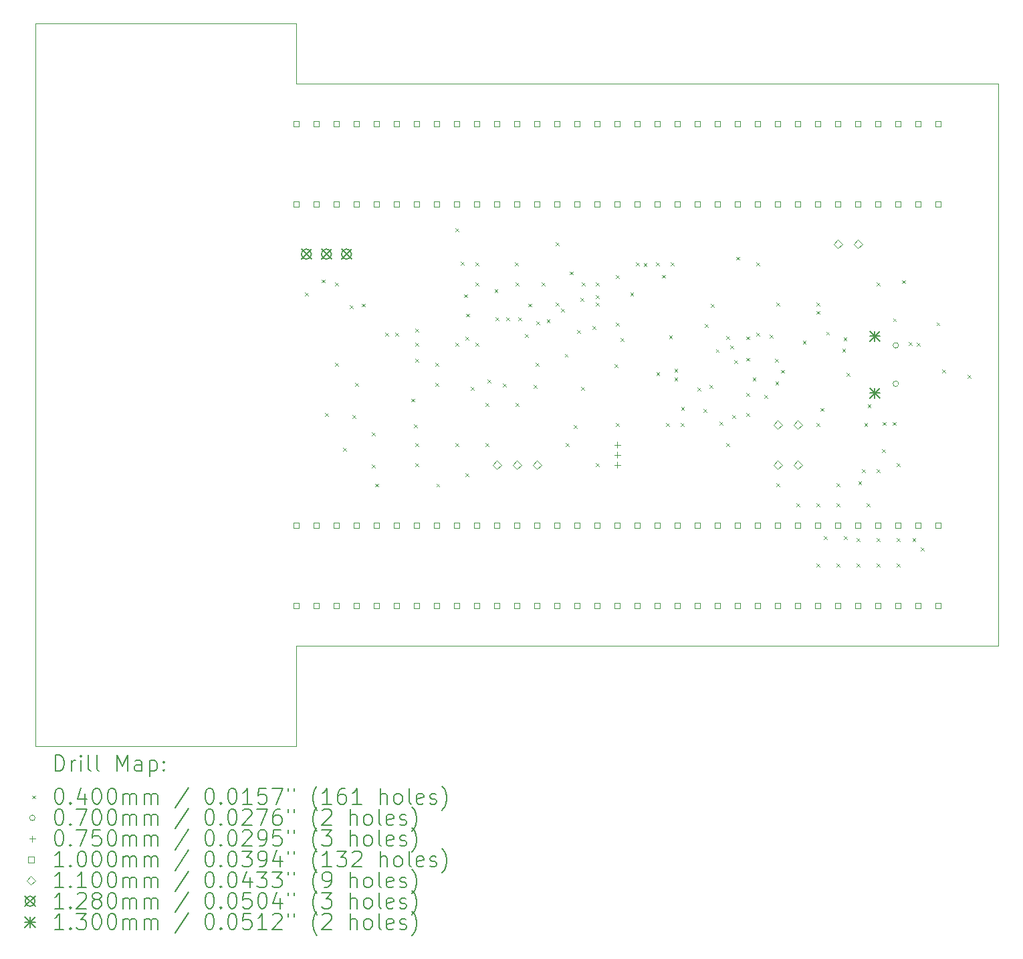
<source format=gbr>
%FSLAX45Y45*%
G04 Gerber Fmt 4.5, Leading zero omitted, Abs format (unit mm)*
G04 Created by KiCad (PCBNEW (6.0.1)) date 2022-04-11 21:49:43*
%MOMM*%
%LPD*%
G01*
G04 APERTURE LIST*
%TA.AperFunction,Profile*%
%ADD10C,0.100000*%
%TD*%
%ADD11C,0.200000*%
%ADD12C,0.040000*%
%ADD13C,0.070000*%
%ADD14C,0.075000*%
%ADD15C,0.100000*%
%ADD16C,0.110000*%
%ADD17C,0.128000*%
%ADD18C,0.130000*%
G04 APERTURE END LIST*
D10*
X18796000Y-13208000D02*
X9906000Y-13208000D01*
X9906000Y-14478000D02*
X6604000Y-14478000D01*
X6604000Y-5334000D02*
X9906000Y-5334000D01*
X9906000Y-13208000D02*
X9906000Y-14478000D01*
X18796000Y-6096000D02*
X18796000Y-6350000D01*
X9906000Y-5334000D02*
X9906000Y-6096000D01*
X9906000Y-6096000D02*
X18796000Y-6096000D01*
X6604000Y-14478000D02*
X6604000Y-5334000D01*
X18796000Y-6350000D02*
X18796000Y-13208000D01*
D11*
D12*
X10013000Y-8743000D02*
X10053000Y-8783000D01*
X10053000Y-8743000D02*
X10013000Y-8783000D01*
X10227500Y-8575000D02*
X10267500Y-8615000D01*
X10267500Y-8575000D02*
X10227500Y-8615000D01*
X10267000Y-10267000D02*
X10307000Y-10307000D01*
X10307000Y-10267000D02*
X10267000Y-10307000D01*
X10394000Y-8616000D02*
X10434000Y-8656000D01*
X10434000Y-8616000D02*
X10394000Y-8656000D01*
X10394000Y-9632000D02*
X10434000Y-9672000D01*
X10434000Y-9632000D02*
X10394000Y-9672000D01*
X10497500Y-10707500D02*
X10537500Y-10747500D01*
X10537500Y-10707500D02*
X10497500Y-10747500D01*
X10582500Y-8900000D02*
X10622500Y-8940000D01*
X10622500Y-8900000D02*
X10582500Y-8940000D01*
X10617500Y-10290000D02*
X10657500Y-10330000D01*
X10657500Y-10290000D02*
X10617500Y-10330000D01*
X10648000Y-9886000D02*
X10688000Y-9926000D01*
X10688000Y-9886000D02*
X10648000Y-9926000D01*
X10735962Y-8880962D02*
X10775962Y-8920962D01*
X10775962Y-8880962D02*
X10735962Y-8920962D01*
X10860000Y-10507500D02*
X10900000Y-10547500D01*
X10900000Y-10507500D02*
X10860000Y-10547500D01*
X10863500Y-10915000D02*
X10903500Y-10955000D01*
X10903500Y-10915000D02*
X10863500Y-10955000D01*
X10902000Y-11157305D02*
X10942000Y-11197305D01*
X10942000Y-11157305D02*
X10902000Y-11197305D01*
X11029000Y-9251000D02*
X11069000Y-9291000D01*
X11069000Y-9251000D02*
X11029000Y-9291000D01*
X11156000Y-9251000D02*
X11196000Y-9291000D01*
X11196000Y-9251000D02*
X11156000Y-9291000D01*
X11363770Y-10083770D02*
X11403770Y-10123770D01*
X11403770Y-10083770D02*
X11363770Y-10123770D01*
X11397500Y-10407500D02*
X11437500Y-10447500D01*
X11437500Y-10407500D02*
X11397500Y-10447500D01*
X11410000Y-9196450D02*
X11450000Y-9236450D01*
X11450000Y-9196450D02*
X11410000Y-9236450D01*
X11410000Y-9378000D02*
X11450000Y-9418000D01*
X11450000Y-9378000D02*
X11410000Y-9418000D01*
X11410000Y-9580550D02*
X11450000Y-9620550D01*
X11450000Y-9580550D02*
X11410000Y-9620550D01*
X11410000Y-10648000D02*
X11450000Y-10688000D01*
X11450000Y-10648000D02*
X11410000Y-10688000D01*
X11410000Y-10902000D02*
X11450000Y-10942000D01*
X11450000Y-10902000D02*
X11410000Y-10942000D01*
X11664000Y-9632000D02*
X11704000Y-9672000D01*
X11704000Y-9632000D02*
X11664000Y-9672000D01*
X11664000Y-9886000D02*
X11704000Y-9926000D01*
X11704000Y-9886000D02*
X11664000Y-9926000D01*
X11680000Y-11157305D02*
X11720000Y-11197305D01*
X11720000Y-11157305D02*
X11680000Y-11197305D01*
X11918000Y-7926450D02*
X11958000Y-7966450D01*
X11958000Y-7926450D02*
X11918000Y-7966450D01*
X11918000Y-9378000D02*
X11958000Y-9418000D01*
X11958000Y-9378000D02*
X11918000Y-9418000D01*
X11918000Y-10648000D02*
X11958000Y-10688000D01*
X11958000Y-10648000D02*
X11918000Y-10688000D01*
X11990450Y-8352538D02*
X12030450Y-8392538D01*
X12030450Y-8352538D02*
X11990450Y-8392538D01*
X12030000Y-8762550D02*
X12070000Y-8802550D01*
X12070000Y-8762550D02*
X12030000Y-8802550D01*
X12045000Y-11029000D02*
X12085000Y-11069000D01*
X12085000Y-11029000D02*
X12045000Y-11069000D01*
X12047500Y-9297500D02*
X12087500Y-9337500D01*
X12087500Y-9297500D02*
X12047500Y-9337500D01*
X12055000Y-9007500D02*
X12095000Y-9047500D01*
X12095000Y-9007500D02*
X12055000Y-9047500D01*
X12117628Y-9934088D02*
X12157628Y-9974088D01*
X12157628Y-9934088D02*
X12117628Y-9974088D01*
X12172000Y-8362000D02*
X12212000Y-8402000D01*
X12212000Y-8362000D02*
X12172000Y-8402000D01*
X12172000Y-8616000D02*
X12212000Y-8656000D01*
X12212000Y-8616000D02*
X12172000Y-8656000D01*
X12172000Y-9378000D02*
X12212000Y-9418000D01*
X12212000Y-9378000D02*
X12172000Y-9418000D01*
X12299000Y-10140000D02*
X12339000Y-10180000D01*
X12339000Y-10140000D02*
X12299000Y-10180000D01*
X12299000Y-10648000D02*
X12339000Y-10688000D01*
X12339000Y-10648000D02*
X12299000Y-10688000D01*
X12329020Y-9844020D02*
X12369020Y-9884020D01*
X12369020Y-9844020D02*
X12329020Y-9884020D01*
X12416936Y-8697949D02*
X12456936Y-8737949D01*
X12456936Y-8697949D02*
X12416936Y-8737949D01*
X12426000Y-9051550D02*
X12466000Y-9091550D01*
X12466000Y-9051550D02*
X12426000Y-9091550D01*
X12522500Y-9892500D02*
X12562500Y-9932500D01*
X12562500Y-9892500D02*
X12522500Y-9932500D01*
X12565000Y-9051549D02*
X12605000Y-9091549D01*
X12605000Y-9051549D02*
X12565000Y-9091549D01*
X12674050Y-8362000D02*
X12714050Y-8402000D01*
X12714050Y-8362000D02*
X12674050Y-8402000D01*
X12680000Y-8616000D02*
X12720000Y-8656000D01*
X12720000Y-8616000D02*
X12680000Y-8656000D01*
X12680000Y-10140000D02*
X12720000Y-10180000D01*
X12720000Y-10140000D02*
X12680000Y-10180000D01*
X12717620Y-9051550D02*
X12757620Y-9091550D01*
X12757620Y-9051550D02*
X12717620Y-9091550D01*
X12804500Y-9265000D02*
X12844500Y-9305000D01*
X12844500Y-9265000D02*
X12804500Y-9305000D01*
X12846050Y-8879999D02*
X12886050Y-8919999D01*
X12886050Y-8879999D02*
X12846050Y-8919999D01*
X12913569Y-9906431D02*
X12953569Y-9946431D01*
X12953569Y-9906431D02*
X12913569Y-9946431D01*
X12934000Y-9632000D02*
X12974000Y-9672000D01*
X12974000Y-9632000D02*
X12934000Y-9672000D01*
X12945180Y-9107320D02*
X12985180Y-9147320D01*
X12985180Y-9107320D02*
X12945180Y-9147320D01*
X13014000Y-8616000D02*
X13054000Y-8656000D01*
X13054000Y-8616000D02*
X13014000Y-8656000D01*
X13077500Y-9077500D02*
X13117500Y-9117500D01*
X13117500Y-9077500D02*
X13077500Y-9117500D01*
X13188000Y-8108000D02*
X13228000Y-8148000D01*
X13228000Y-8108000D02*
X13188000Y-8148000D01*
X13188000Y-8870000D02*
X13228000Y-8910000D01*
X13228000Y-8870000D02*
X13188000Y-8910000D01*
X13258675Y-8942450D02*
X13298675Y-8982450D01*
X13298675Y-8942450D02*
X13258675Y-8982450D01*
X13305181Y-9514819D02*
X13345181Y-9554819D01*
X13345181Y-9514819D02*
X13305181Y-9554819D01*
X13315000Y-10648000D02*
X13355000Y-10688000D01*
X13355000Y-10648000D02*
X13315000Y-10688000D01*
X13370685Y-8474645D02*
X13410685Y-8514645D01*
X13410685Y-8474645D02*
X13370685Y-8514645D01*
X13421569Y-10414431D02*
X13461569Y-10454431D01*
X13461569Y-10414431D02*
X13421569Y-10454431D01*
X13459706Y-9215294D02*
X13499706Y-9255294D01*
X13499706Y-9215294D02*
X13459706Y-9255294D01*
X13504029Y-8807971D02*
X13544029Y-8847971D01*
X13544029Y-8807971D02*
X13504029Y-8847971D01*
X13512533Y-9937534D02*
X13552533Y-9977534D01*
X13552533Y-9937534D02*
X13512533Y-9977534D01*
X13522000Y-8616000D02*
X13562000Y-8656000D01*
X13562000Y-8616000D02*
X13522000Y-8656000D01*
X13655569Y-9164431D02*
X13695569Y-9204431D01*
X13695569Y-9164431D02*
X13655569Y-9204431D01*
X13696000Y-8616000D02*
X13736000Y-8656000D01*
X13736000Y-8616000D02*
X13696000Y-8656000D01*
X13696000Y-8772865D02*
X13736000Y-8812865D01*
X13736000Y-8772865D02*
X13696000Y-8812865D01*
X13696000Y-8870000D02*
X13736000Y-8910000D01*
X13736000Y-8870000D02*
X13696000Y-8910000D01*
X13696000Y-10902000D02*
X13736000Y-10942000D01*
X13736000Y-10902000D02*
X13696000Y-10942000D01*
X13937644Y-9644356D02*
X13977644Y-9684356D01*
X13977644Y-9644356D02*
X13937644Y-9684356D01*
X13950000Y-8520050D02*
X13990000Y-8560050D01*
X13990000Y-8520050D02*
X13950000Y-8560050D01*
X13950000Y-9124000D02*
X13990000Y-9164000D01*
X13990000Y-9124000D02*
X13950000Y-9164000D01*
X13950000Y-9124000D02*
X13990000Y-9164000D01*
X13990000Y-9124000D02*
X13950000Y-9164000D01*
X13950000Y-10394000D02*
X13990000Y-10434000D01*
X13990000Y-10394000D02*
X13950000Y-10434000D01*
X14012029Y-9315971D02*
X14052029Y-9355971D01*
X14052029Y-9315971D02*
X14012029Y-9355971D01*
X14135000Y-8740000D02*
X14175000Y-8780000D01*
X14175000Y-8740000D02*
X14135000Y-8780000D01*
X14204000Y-8362000D02*
X14244000Y-8402000D01*
X14244000Y-8362000D02*
X14204000Y-8402000D01*
X14303705Y-8369001D02*
X14343705Y-8409001D01*
X14343705Y-8369001D02*
X14303705Y-8409001D01*
X14458000Y-8362000D02*
X14498000Y-8402000D01*
X14498000Y-8362000D02*
X14458000Y-8402000D01*
X14465803Y-9750050D02*
X14505803Y-9790050D01*
X14505803Y-9750050D02*
X14465803Y-9790050D01*
X14535000Y-8517500D02*
X14575000Y-8557500D01*
X14575000Y-8517500D02*
X14535000Y-8557500D01*
X14585000Y-10394000D02*
X14625000Y-10434000D01*
X14625000Y-10394000D02*
X14585000Y-10434000D01*
X14625000Y-9280000D02*
X14665000Y-9320000D01*
X14665000Y-9280000D02*
X14625000Y-9320000D01*
X14645000Y-8357500D02*
X14685000Y-8397500D01*
X14685000Y-8357500D02*
X14645000Y-8397500D01*
X14694800Y-9704450D02*
X14734800Y-9744450D01*
X14734800Y-9704450D02*
X14694800Y-9744450D01*
X14694800Y-9815001D02*
X14734800Y-9855001D01*
X14734800Y-9815001D02*
X14694800Y-9855001D01*
X14775500Y-10393998D02*
X14815500Y-10433998D01*
X14815500Y-10393998D02*
X14775500Y-10433998D01*
X14777520Y-10187520D02*
X14817520Y-10227520D01*
X14817520Y-10187520D02*
X14777520Y-10227520D01*
X14984980Y-9944980D02*
X15024980Y-9984980D01*
X15024980Y-9944980D02*
X14984980Y-9984980D01*
X15065000Y-10212450D02*
X15105000Y-10252450D01*
X15105000Y-10212450D02*
X15065000Y-10252450D01*
X15077500Y-9137500D02*
X15117500Y-9177500D01*
X15117500Y-9137500D02*
X15077500Y-9177500D01*
X15137621Y-9910225D02*
X15177621Y-9950225D01*
X15177621Y-9910225D02*
X15137621Y-9950225D01*
X15156500Y-8887200D02*
X15196500Y-8927200D01*
X15196500Y-8887200D02*
X15156500Y-8927200D01*
X15219422Y-9455832D02*
X15259422Y-9495832D01*
X15259422Y-9455832D02*
X15219422Y-9495832D01*
X15263571Y-10373929D02*
X15303571Y-10413929D01*
X15303571Y-10373929D02*
X15263571Y-10413929D01*
X15347000Y-10648000D02*
X15387000Y-10688000D01*
X15387000Y-10648000D02*
X15347000Y-10688000D01*
X15352500Y-9290000D02*
X15392500Y-9330000D01*
X15392500Y-9290000D02*
X15352500Y-9330000D01*
X15402500Y-9412500D02*
X15442500Y-9452500D01*
X15442500Y-9412500D02*
X15402500Y-9452500D01*
X15427500Y-10292500D02*
X15467500Y-10332500D01*
X15467500Y-10292500D02*
X15427500Y-10332500D01*
X15452551Y-9597500D02*
X15492551Y-9637500D01*
X15492551Y-9597500D02*
X15452551Y-9637500D01*
X15474000Y-8287901D02*
X15514000Y-8327901D01*
X15514000Y-8287901D02*
X15474000Y-8327901D01*
X15601000Y-10013000D02*
X15641000Y-10053000D01*
X15641000Y-10013000D02*
X15601000Y-10053000D01*
X15601000Y-10267000D02*
X15641000Y-10307000D01*
X15641000Y-10267000D02*
X15601000Y-10307000D01*
X15605000Y-9295000D02*
X15645000Y-9335000D01*
X15645000Y-9295000D02*
X15605000Y-9335000D01*
X15605000Y-9567500D02*
X15645000Y-9607500D01*
X15645000Y-9567500D02*
X15605000Y-9607500D01*
X15685000Y-9817500D02*
X15725000Y-9857500D01*
X15725000Y-9817500D02*
X15685000Y-9857500D01*
X15728000Y-8362000D02*
X15768000Y-8402000D01*
X15768000Y-8362000D02*
X15728000Y-8402000D01*
X15728000Y-9251000D02*
X15768000Y-9291000D01*
X15768000Y-9251000D02*
X15728000Y-9291000D01*
X15832500Y-10035000D02*
X15872500Y-10075000D01*
X15872500Y-10035000D02*
X15832500Y-10075000D01*
X15900000Y-9275000D02*
X15940000Y-9315000D01*
X15940000Y-9275000D02*
X15900000Y-9315000D01*
X15967500Y-9580000D02*
X16007500Y-9620000D01*
X16007500Y-9580000D02*
X15967500Y-9620000D01*
X15972500Y-9865000D02*
X16012500Y-9905000D01*
X16012500Y-9865000D02*
X15972500Y-9905000D01*
X15982000Y-8870000D02*
X16022000Y-8910000D01*
X16022000Y-8870000D02*
X15982000Y-8910000D01*
X15982000Y-11156000D02*
X16022000Y-11196000D01*
X16022000Y-11156000D02*
X15982000Y-11196000D01*
X16043730Y-9718730D02*
X16083730Y-9758730D01*
X16083730Y-9718730D02*
X16043730Y-9758730D01*
X16236000Y-11410000D02*
X16276000Y-11450000D01*
X16276000Y-11410000D02*
X16236000Y-11450000D01*
X16318785Y-9349449D02*
X16358785Y-9389449D01*
X16358785Y-9349449D02*
X16318785Y-9389449D01*
X16490000Y-8870000D02*
X16530000Y-8910000D01*
X16530000Y-8870000D02*
X16490000Y-8910000D01*
X16490000Y-8973288D02*
X16530000Y-9013288D01*
X16530000Y-8973288D02*
X16490000Y-9013288D01*
X16490000Y-10394000D02*
X16530000Y-10434000D01*
X16530000Y-10394000D02*
X16490000Y-10434000D01*
X16490000Y-11410000D02*
X16530000Y-11450000D01*
X16530000Y-11410000D02*
X16490000Y-11450000D01*
X16490000Y-12172000D02*
X16530000Y-12212000D01*
X16530000Y-12172000D02*
X16490000Y-12212000D01*
X16545000Y-10202500D02*
X16585000Y-10242500D01*
X16585000Y-10202500D02*
X16545000Y-10242500D01*
X16585179Y-11822821D02*
X16625179Y-11862821D01*
X16625179Y-11822821D02*
X16585179Y-11862821D01*
X16615000Y-9237098D02*
X16655000Y-9277098D01*
X16655000Y-9237098D02*
X16615000Y-9277098D01*
X16744000Y-11156000D02*
X16784000Y-11196000D01*
X16784000Y-11156000D02*
X16744000Y-11196000D01*
X16744000Y-11410000D02*
X16784000Y-11450000D01*
X16784000Y-11410000D02*
X16744000Y-11450000D01*
X16744000Y-12172000D02*
X16784000Y-12212000D01*
X16784000Y-12172000D02*
X16744000Y-12212000D01*
X16820000Y-9455000D02*
X16860000Y-9495000D01*
X16860000Y-9455000D02*
X16820000Y-9495000D01*
X16834965Y-9307005D02*
X16874965Y-9347005D01*
X16874965Y-9307005D02*
X16834965Y-9347005D01*
X16839179Y-11822821D02*
X16879179Y-11862821D01*
X16879179Y-11822821D02*
X16839179Y-11862821D01*
X16871000Y-9759000D02*
X16911000Y-9799000D01*
X16911000Y-9759000D02*
X16871000Y-9799000D01*
X16998000Y-11845550D02*
X17038000Y-11885550D01*
X17038000Y-11845550D02*
X16998000Y-11885550D01*
X16998000Y-12172000D02*
X17038000Y-12212000D01*
X17038000Y-12172000D02*
X16998000Y-12212000D01*
X17021217Y-11129156D02*
X17061217Y-11169156D01*
X17061217Y-11129156D02*
X17021217Y-11169156D01*
X17070450Y-10974450D02*
X17110450Y-11014450D01*
X17110450Y-10974450D02*
X17070450Y-11014450D01*
X17070450Y-10974450D02*
X17110450Y-11014450D01*
X17110450Y-10974450D02*
X17070450Y-11014450D01*
X17097950Y-10394000D02*
X17137950Y-10434000D01*
X17137950Y-10394000D02*
X17097950Y-10434000D01*
X17125000Y-11410000D02*
X17165000Y-11450000D01*
X17165000Y-11410000D02*
X17125000Y-11450000D01*
X17140000Y-10152500D02*
X17180000Y-10192500D01*
X17180000Y-10152500D02*
X17140000Y-10192500D01*
X17252000Y-8616000D02*
X17292000Y-8656000D01*
X17292000Y-8616000D02*
X17252000Y-8656000D01*
X17252000Y-10974450D02*
X17292000Y-11014450D01*
X17292000Y-10974450D02*
X17252000Y-11014450D01*
X17252000Y-11845550D02*
X17292000Y-11885550D01*
X17292000Y-11845550D02*
X17252000Y-11885550D01*
X17252000Y-12172000D02*
X17292000Y-12212000D01*
X17292000Y-12172000D02*
X17252000Y-12212000D01*
X17324450Y-10722500D02*
X17364450Y-10762500D01*
X17364450Y-10722500D02*
X17324450Y-10762500D01*
X17330000Y-10379999D02*
X17370000Y-10419999D01*
X17370000Y-10379999D02*
X17330000Y-10419999D01*
X17455538Y-10379462D02*
X17495538Y-10419462D01*
X17495538Y-10379462D02*
X17455538Y-10419462D01*
X17463038Y-9068038D02*
X17503038Y-9108038D01*
X17503038Y-9068038D02*
X17463038Y-9108038D01*
X17506000Y-10902000D02*
X17546000Y-10942000D01*
X17546000Y-10902000D02*
X17506000Y-10942000D01*
X17506000Y-11845550D02*
X17546000Y-11885550D01*
X17546000Y-11845550D02*
X17506000Y-11885550D01*
X17506000Y-12172000D02*
X17546000Y-12212000D01*
X17546000Y-12172000D02*
X17506000Y-12212000D01*
X17577230Y-8584770D02*
X17617230Y-8624770D01*
X17617230Y-8584770D02*
X17577230Y-8624770D01*
X17660711Y-9367298D02*
X17700711Y-9407298D01*
X17700711Y-9367298D02*
X17660711Y-9407298D01*
X17708770Y-11845550D02*
X17748770Y-11885550D01*
X17748770Y-11845550D02*
X17708770Y-11885550D01*
X17760000Y-9378779D02*
X17800000Y-9418779D01*
X17800000Y-9378779D02*
X17760000Y-9418779D01*
X17811230Y-11969230D02*
X17851230Y-12009230D01*
X17851230Y-11969230D02*
X17811230Y-12009230D01*
X18013221Y-9117099D02*
X18053221Y-9157099D01*
X18053221Y-9117099D02*
X18013221Y-9157099D01*
X18087450Y-9714450D02*
X18127450Y-9754450D01*
X18127450Y-9714450D02*
X18087450Y-9754450D01*
X18405050Y-9782500D02*
X18445050Y-9822500D01*
X18445050Y-9782500D02*
X18405050Y-9822500D01*
D13*
X17532221Y-9409500D02*
G75*
G03*
X17532221Y-9409500I-35000J0D01*
G01*
X17532221Y-9894500D02*
G75*
G03*
X17532221Y-9894500I-35000J0D01*
G01*
D14*
X13970000Y-10630500D02*
X13970000Y-10705500D01*
X13932500Y-10668000D02*
X14007500Y-10668000D01*
X13970000Y-10757500D02*
X13970000Y-10832500D01*
X13932500Y-10795000D02*
X14007500Y-10795000D01*
X13970000Y-10884500D02*
X13970000Y-10959500D01*
X13932500Y-10922000D02*
X14007500Y-10922000D01*
D15*
X9941356Y-6639356D02*
X9941356Y-6568644D01*
X9870644Y-6568644D01*
X9870644Y-6639356D01*
X9941356Y-6639356D01*
X9941356Y-7655356D02*
X9941356Y-7584644D01*
X9870644Y-7584644D01*
X9870644Y-7655356D01*
X9941356Y-7655356D01*
X9941356Y-11719356D02*
X9941356Y-11648644D01*
X9870644Y-11648644D01*
X9870644Y-11719356D01*
X9941356Y-11719356D01*
X9941356Y-12735356D02*
X9941356Y-12664644D01*
X9870644Y-12664644D01*
X9870644Y-12735356D01*
X9941356Y-12735356D01*
X10195356Y-6639356D02*
X10195356Y-6568644D01*
X10124644Y-6568644D01*
X10124644Y-6639356D01*
X10195356Y-6639356D01*
X10195356Y-7655356D02*
X10195356Y-7584644D01*
X10124644Y-7584644D01*
X10124644Y-7655356D01*
X10195356Y-7655356D01*
X10195356Y-11719356D02*
X10195356Y-11648644D01*
X10124644Y-11648644D01*
X10124644Y-11719356D01*
X10195356Y-11719356D01*
X10195356Y-12735356D02*
X10195356Y-12664644D01*
X10124644Y-12664644D01*
X10124644Y-12735356D01*
X10195356Y-12735356D01*
X10449356Y-6639356D02*
X10449356Y-6568644D01*
X10378644Y-6568644D01*
X10378644Y-6639356D01*
X10449356Y-6639356D01*
X10449356Y-7655356D02*
X10449356Y-7584644D01*
X10378644Y-7584644D01*
X10378644Y-7655356D01*
X10449356Y-7655356D01*
X10449356Y-11719356D02*
X10449356Y-11648644D01*
X10378644Y-11648644D01*
X10378644Y-11719356D01*
X10449356Y-11719356D01*
X10449356Y-12735356D02*
X10449356Y-12664644D01*
X10378644Y-12664644D01*
X10378644Y-12735356D01*
X10449356Y-12735356D01*
X10703356Y-6639356D02*
X10703356Y-6568644D01*
X10632644Y-6568644D01*
X10632644Y-6639356D01*
X10703356Y-6639356D01*
X10703356Y-7655356D02*
X10703356Y-7584644D01*
X10632644Y-7584644D01*
X10632644Y-7655356D01*
X10703356Y-7655356D01*
X10703356Y-11719356D02*
X10703356Y-11648644D01*
X10632644Y-11648644D01*
X10632644Y-11719356D01*
X10703356Y-11719356D01*
X10703356Y-12735356D02*
X10703356Y-12664644D01*
X10632644Y-12664644D01*
X10632644Y-12735356D01*
X10703356Y-12735356D01*
X10957356Y-6639356D02*
X10957356Y-6568644D01*
X10886644Y-6568644D01*
X10886644Y-6639356D01*
X10957356Y-6639356D01*
X10957356Y-7655356D02*
X10957356Y-7584644D01*
X10886644Y-7584644D01*
X10886644Y-7655356D01*
X10957356Y-7655356D01*
X10957356Y-11719356D02*
X10957356Y-11648644D01*
X10886644Y-11648644D01*
X10886644Y-11719356D01*
X10957356Y-11719356D01*
X10957356Y-12735356D02*
X10957356Y-12664644D01*
X10886644Y-12664644D01*
X10886644Y-12735356D01*
X10957356Y-12735356D01*
X11211356Y-6639356D02*
X11211356Y-6568644D01*
X11140644Y-6568644D01*
X11140644Y-6639356D01*
X11211356Y-6639356D01*
X11211356Y-7655356D02*
X11211356Y-7584644D01*
X11140644Y-7584644D01*
X11140644Y-7655356D01*
X11211356Y-7655356D01*
X11211356Y-11719356D02*
X11211356Y-11648644D01*
X11140644Y-11648644D01*
X11140644Y-11719356D01*
X11211356Y-11719356D01*
X11211356Y-12735356D02*
X11211356Y-12664644D01*
X11140644Y-12664644D01*
X11140644Y-12735356D01*
X11211356Y-12735356D01*
X11465356Y-6639356D02*
X11465356Y-6568644D01*
X11394644Y-6568644D01*
X11394644Y-6639356D01*
X11465356Y-6639356D01*
X11465356Y-7655356D02*
X11465356Y-7584644D01*
X11394644Y-7584644D01*
X11394644Y-7655356D01*
X11465356Y-7655356D01*
X11465356Y-11719356D02*
X11465356Y-11648644D01*
X11394644Y-11648644D01*
X11394644Y-11719356D01*
X11465356Y-11719356D01*
X11465356Y-12735356D02*
X11465356Y-12664644D01*
X11394644Y-12664644D01*
X11394644Y-12735356D01*
X11465356Y-12735356D01*
X11719356Y-6639356D02*
X11719356Y-6568644D01*
X11648644Y-6568644D01*
X11648644Y-6639356D01*
X11719356Y-6639356D01*
X11719356Y-7655356D02*
X11719356Y-7584644D01*
X11648644Y-7584644D01*
X11648644Y-7655356D01*
X11719356Y-7655356D01*
X11719356Y-11719356D02*
X11719356Y-11648644D01*
X11648644Y-11648644D01*
X11648644Y-11719356D01*
X11719356Y-11719356D01*
X11719356Y-12735356D02*
X11719356Y-12664644D01*
X11648644Y-12664644D01*
X11648644Y-12735356D01*
X11719356Y-12735356D01*
X11973356Y-6639356D02*
X11973356Y-6568644D01*
X11902644Y-6568644D01*
X11902644Y-6639356D01*
X11973356Y-6639356D01*
X11973356Y-7655356D02*
X11973356Y-7584644D01*
X11902644Y-7584644D01*
X11902644Y-7655356D01*
X11973356Y-7655356D01*
X11973356Y-11719356D02*
X11973356Y-11648644D01*
X11902644Y-11648644D01*
X11902644Y-11719356D01*
X11973356Y-11719356D01*
X11973356Y-12735356D02*
X11973356Y-12664644D01*
X11902644Y-12664644D01*
X11902644Y-12735356D01*
X11973356Y-12735356D01*
X12227356Y-6639356D02*
X12227356Y-6568644D01*
X12156644Y-6568644D01*
X12156644Y-6639356D01*
X12227356Y-6639356D01*
X12227356Y-7655356D02*
X12227356Y-7584644D01*
X12156644Y-7584644D01*
X12156644Y-7655356D01*
X12227356Y-7655356D01*
X12227356Y-11719356D02*
X12227356Y-11648644D01*
X12156644Y-11648644D01*
X12156644Y-11719356D01*
X12227356Y-11719356D01*
X12227356Y-12735356D02*
X12227356Y-12664644D01*
X12156644Y-12664644D01*
X12156644Y-12735356D01*
X12227356Y-12735356D01*
X12481356Y-6639356D02*
X12481356Y-6568644D01*
X12410644Y-6568644D01*
X12410644Y-6639356D01*
X12481356Y-6639356D01*
X12481356Y-7655356D02*
X12481356Y-7584644D01*
X12410644Y-7584644D01*
X12410644Y-7655356D01*
X12481356Y-7655356D01*
X12481356Y-11719356D02*
X12481356Y-11648644D01*
X12410644Y-11648644D01*
X12410644Y-11719356D01*
X12481356Y-11719356D01*
X12481356Y-12735356D02*
X12481356Y-12664644D01*
X12410644Y-12664644D01*
X12410644Y-12735356D01*
X12481356Y-12735356D01*
X12735356Y-6639356D02*
X12735356Y-6568644D01*
X12664644Y-6568644D01*
X12664644Y-6639356D01*
X12735356Y-6639356D01*
X12735356Y-7655356D02*
X12735356Y-7584644D01*
X12664644Y-7584644D01*
X12664644Y-7655356D01*
X12735356Y-7655356D01*
X12735356Y-11719356D02*
X12735356Y-11648644D01*
X12664644Y-11648644D01*
X12664644Y-11719356D01*
X12735356Y-11719356D01*
X12735356Y-12735356D02*
X12735356Y-12664644D01*
X12664644Y-12664644D01*
X12664644Y-12735356D01*
X12735356Y-12735356D01*
X12989356Y-6639356D02*
X12989356Y-6568644D01*
X12918644Y-6568644D01*
X12918644Y-6639356D01*
X12989356Y-6639356D01*
X12989356Y-7655356D02*
X12989356Y-7584644D01*
X12918644Y-7584644D01*
X12918644Y-7655356D01*
X12989356Y-7655356D01*
X12989356Y-11719356D02*
X12989356Y-11648644D01*
X12918644Y-11648644D01*
X12918644Y-11719356D01*
X12989356Y-11719356D01*
X12989356Y-12735356D02*
X12989356Y-12664644D01*
X12918644Y-12664644D01*
X12918644Y-12735356D01*
X12989356Y-12735356D01*
X13243356Y-6639356D02*
X13243356Y-6568644D01*
X13172644Y-6568644D01*
X13172644Y-6639356D01*
X13243356Y-6639356D01*
X13243356Y-7655356D02*
X13243356Y-7584644D01*
X13172644Y-7584644D01*
X13172644Y-7655356D01*
X13243356Y-7655356D01*
X13243356Y-11719356D02*
X13243356Y-11648644D01*
X13172644Y-11648644D01*
X13172644Y-11719356D01*
X13243356Y-11719356D01*
X13243356Y-12735356D02*
X13243356Y-12664644D01*
X13172644Y-12664644D01*
X13172644Y-12735356D01*
X13243356Y-12735356D01*
X13497356Y-6639356D02*
X13497356Y-6568644D01*
X13426644Y-6568644D01*
X13426644Y-6639356D01*
X13497356Y-6639356D01*
X13497356Y-7655356D02*
X13497356Y-7584644D01*
X13426644Y-7584644D01*
X13426644Y-7655356D01*
X13497356Y-7655356D01*
X13497356Y-11719356D02*
X13497356Y-11648644D01*
X13426644Y-11648644D01*
X13426644Y-11719356D01*
X13497356Y-11719356D01*
X13497356Y-12735356D02*
X13497356Y-12664644D01*
X13426644Y-12664644D01*
X13426644Y-12735356D01*
X13497356Y-12735356D01*
X13751356Y-6639356D02*
X13751356Y-6568644D01*
X13680644Y-6568644D01*
X13680644Y-6639356D01*
X13751356Y-6639356D01*
X13751356Y-7655356D02*
X13751356Y-7584644D01*
X13680644Y-7584644D01*
X13680644Y-7655356D01*
X13751356Y-7655356D01*
X13751356Y-11719356D02*
X13751356Y-11648644D01*
X13680644Y-11648644D01*
X13680644Y-11719356D01*
X13751356Y-11719356D01*
X13751356Y-12735356D02*
X13751356Y-12664644D01*
X13680644Y-12664644D01*
X13680644Y-12735356D01*
X13751356Y-12735356D01*
X14005356Y-6639356D02*
X14005356Y-6568644D01*
X13934644Y-6568644D01*
X13934644Y-6639356D01*
X14005356Y-6639356D01*
X14005356Y-7655356D02*
X14005356Y-7584644D01*
X13934644Y-7584644D01*
X13934644Y-7655356D01*
X14005356Y-7655356D01*
X14005356Y-11719356D02*
X14005356Y-11648644D01*
X13934644Y-11648644D01*
X13934644Y-11719356D01*
X14005356Y-11719356D01*
X14005356Y-12735356D02*
X14005356Y-12664644D01*
X13934644Y-12664644D01*
X13934644Y-12735356D01*
X14005356Y-12735356D01*
X14259356Y-6639356D02*
X14259356Y-6568644D01*
X14188644Y-6568644D01*
X14188644Y-6639356D01*
X14259356Y-6639356D01*
X14259356Y-7655356D02*
X14259356Y-7584644D01*
X14188644Y-7584644D01*
X14188644Y-7655356D01*
X14259356Y-7655356D01*
X14259356Y-11719356D02*
X14259356Y-11648644D01*
X14188644Y-11648644D01*
X14188644Y-11719356D01*
X14259356Y-11719356D01*
X14259356Y-12735356D02*
X14259356Y-12664644D01*
X14188644Y-12664644D01*
X14188644Y-12735356D01*
X14259356Y-12735356D01*
X14513356Y-6639356D02*
X14513356Y-6568644D01*
X14442644Y-6568644D01*
X14442644Y-6639356D01*
X14513356Y-6639356D01*
X14513356Y-7655356D02*
X14513356Y-7584644D01*
X14442644Y-7584644D01*
X14442644Y-7655356D01*
X14513356Y-7655356D01*
X14513356Y-11719356D02*
X14513356Y-11648644D01*
X14442644Y-11648644D01*
X14442644Y-11719356D01*
X14513356Y-11719356D01*
X14513356Y-12735356D02*
X14513356Y-12664644D01*
X14442644Y-12664644D01*
X14442644Y-12735356D01*
X14513356Y-12735356D01*
X14767356Y-6639356D02*
X14767356Y-6568644D01*
X14696644Y-6568644D01*
X14696644Y-6639356D01*
X14767356Y-6639356D01*
X14767356Y-7655356D02*
X14767356Y-7584644D01*
X14696644Y-7584644D01*
X14696644Y-7655356D01*
X14767356Y-7655356D01*
X14767356Y-11719356D02*
X14767356Y-11648644D01*
X14696644Y-11648644D01*
X14696644Y-11719356D01*
X14767356Y-11719356D01*
X14767356Y-12735356D02*
X14767356Y-12664644D01*
X14696644Y-12664644D01*
X14696644Y-12735356D01*
X14767356Y-12735356D01*
X15021356Y-6639356D02*
X15021356Y-6568644D01*
X14950644Y-6568644D01*
X14950644Y-6639356D01*
X15021356Y-6639356D01*
X15021356Y-7655356D02*
X15021356Y-7584644D01*
X14950644Y-7584644D01*
X14950644Y-7655356D01*
X15021356Y-7655356D01*
X15021356Y-11719356D02*
X15021356Y-11648644D01*
X14950644Y-11648644D01*
X14950644Y-11719356D01*
X15021356Y-11719356D01*
X15021356Y-12735356D02*
X15021356Y-12664644D01*
X14950644Y-12664644D01*
X14950644Y-12735356D01*
X15021356Y-12735356D01*
X15275356Y-6639356D02*
X15275356Y-6568644D01*
X15204644Y-6568644D01*
X15204644Y-6639356D01*
X15275356Y-6639356D01*
X15275356Y-7655356D02*
X15275356Y-7584644D01*
X15204644Y-7584644D01*
X15204644Y-7655356D01*
X15275356Y-7655356D01*
X15275356Y-11719356D02*
X15275356Y-11648644D01*
X15204644Y-11648644D01*
X15204644Y-11719356D01*
X15275356Y-11719356D01*
X15275356Y-12735356D02*
X15275356Y-12664644D01*
X15204644Y-12664644D01*
X15204644Y-12735356D01*
X15275356Y-12735356D01*
X15529356Y-6639356D02*
X15529356Y-6568644D01*
X15458644Y-6568644D01*
X15458644Y-6639356D01*
X15529356Y-6639356D01*
X15529356Y-7655356D02*
X15529356Y-7584644D01*
X15458644Y-7584644D01*
X15458644Y-7655356D01*
X15529356Y-7655356D01*
X15529356Y-11719356D02*
X15529356Y-11648644D01*
X15458644Y-11648644D01*
X15458644Y-11719356D01*
X15529356Y-11719356D01*
X15529356Y-12735356D02*
X15529356Y-12664644D01*
X15458644Y-12664644D01*
X15458644Y-12735356D01*
X15529356Y-12735356D01*
X15783356Y-6639356D02*
X15783356Y-6568644D01*
X15712644Y-6568644D01*
X15712644Y-6639356D01*
X15783356Y-6639356D01*
X15783356Y-7655356D02*
X15783356Y-7584644D01*
X15712644Y-7584644D01*
X15712644Y-7655356D01*
X15783356Y-7655356D01*
X15783356Y-11719356D02*
X15783356Y-11648644D01*
X15712644Y-11648644D01*
X15712644Y-11719356D01*
X15783356Y-11719356D01*
X15783356Y-12735356D02*
X15783356Y-12664644D01*
X15712644Y-12664644D01*
X15712644Y-12735356D01*
X15783356Y-12735356D01*
X16037356Y-6639356D02*
X16037356Y-6568644D01*
X15966644Y-6568644D01*
X15966644Y-6639356D01*
X16037356Y-6639356D01*
X16037356Y-7655356D02*
X16037356Y-7584644D01*
X15966644Y-7584644D01*
X15966644Y-7655356D01*
X16037356Y-7655356D01*
X16037356Y-11719356D02*
X16037356Y-11648644D01*
X15966644Y-11648644D01*
X15966644Y-11719356D01*
X16037356Y-11719356D01*
X16037356Y-12735356D02*
X16037356Y-12664644D01*
X15966644Y-12664644D01*
X15966644Y-12735356D01*
X16037356Y-12735356D01*
X16291356Y-6639356D02*
X16291356Y-6568644D01*
X16220644Y-6568644D01*
X16220644Y-6639356D01*
X16291356Y-6639356D01*
X16291356Y-7655356D02*
X16291356Y-7584644D01*
X16220644Y-7584644D01*
X16220644Y-7655356D01*
X16291356Y-7655356D01*
X16291356Y-11719356D02*
X16291356Y-11648644D01*
X16220644Y-11648644D01*
X16220644Y-11719356D01*
X16291356Y-11719356D01*
X16291356Y-12735356D02*
X16291356Y-12664644D01*
X16220644Y-12664644D01*
X16220644Y-12735356D01*
X16291356Y-12735356D01*
X16545356Y-6639356D02*
X16545356Y-6568644D01*
X16474644Y-6568644D01*
X16474644Y-6639356D01*
X16545356Y-6639356D01*
X16545356Y-7655356D02*
X16545356Y-7584644D01*
X16474644Y-7584644D01*
X16474644Y-7655356D01*
X16545356Y-7655356D01*
X16545356Y-11719356D02*
X16545356Y-11648644D01*
X16474644Y-11648644D01*
X16474644Y-11719356D01*
X16545356Y-11719356D01*
X16545356Y-12735356D02*
X16545356Y-12664644D01*
X16474644Y-12664644D01*
X16474644Y-12735356D01*
X16545356Y-12735356D01*
X16799356Y-6639356D02*
X16799356Y-6568644D01*
X16728644Y-6568644D01*
X16728644Y-6639356D01*
X16799356Y-6639356D01*
X16799356Y-7655356D02*
X16799356Y-7584644D01*
X16728644Y-7584644D01*
X16728644Y-7655356D01*
X16799356Y-7655356D01*
X16799356Y-11719356D02*
X16799356Y-11648644D01*
X16728644Y-11648644D01*
X16728644Y-11719356D01*
X16799356Y-11719356D01*
X16799356Y-12735356D02*
X16799356Y-12664644D01*
X16728644Y-12664644D01*
X16728644Y-12735356D01*
X16799356Y-12735356D01*
X17053356Y-6639356D02*
X17053356Y-6568644D01*
X16982644Y-6568644D01*
X16982644Y-6639356D01*
X17053356Y-6639356D01*
X17053356Y-7655356D02*
X17053356Y-7584644D01*
X16982644Y-7584644D01*
X16982644Y-7655356D01*
X17053356Y-7655356D01*
X17053356Y-11719356D02*
X17053356Y-11648644D01*
X16982644Y-11648644D01*
X16982644Y-11719356D01*
X17053356Y-11719356D01*
X17053356Y-12735356D02*
X17053356Y-12664644D01*
X16982644Y-12664644D01*
X16982644Y-12735356D01*
X17053356Y-12735356D01*
X17307356Y-6639356D02*
X17307356Y-6568644D01*
X17236644Y-6568644D01*
X17236644Y-6639356D01*
X17307356Y-6639356D01*
X17307356Y-7655356D02*
X17307356Y-7584644D01*
X17236644Y-7584644D01*
X17236644Y-7655356D01*
X17307356Y-7655356D01*
X17307356Y-11719356D02*
X17307356Y-11648644D01*
X17236644Y-11648644D01*
X17236644Y-11719356D01*
X17307356Y-11719356D01*
X17307356Y-12735356D02*
X17307356Y-12664644D01*
X17236644Y-12664644D01*
X17236644Y-12735356D01*
X17307356Y-12735356D01*
X17561356Y-6639356D02*
X17561356Y-6568644D01*
X17490644Y-6568644D01*
X17490644Y-6639356D01*
X17561356Y-6639356D01*
X17561356Y-7655356D02*
X17561356Y-7584644D01*
X17490644Y-7584644D01*
X17490644Y-7655356D01*
X17561356Y-7655356D01*
X17561356Y-11719356D02*
X17561356Y-11648644D01*
X17490644Y-11648644D01*
X17490644Y-11719356D01*
X17561356Y-11719356D01*
X17561356Y-12735356D02*
X17561356Y-12664644D01*
X17490644Y-12664644D01*
X17490644Y-12735356D01*
X17561356Y-12735356D01*
X17815356Y-6639356D02*
X17815356Y-6568644D01*
X17744644Y-6568644D01*
X17744644Y-6639356D01*
X17815356Y-6639356D01*
X17815356Y-7655356D02*
X17815356Y-7584644D01*
X17744644Y-7584644D01*
X17744644Y-7655356D01*
X17815356Y-7655356D01*
X17815356Y-11719356D02*
X17815356Y-11648644D01*
X17744644Y-11648644D01*
X17744644Y-11719356D01*
X17815356Y-11719356D01*
X17815356Y-12735356D02*
X17815356Y-12664644D01*
X17744644Y-12664644D01*
X17744644Y-12735356D01*
X17815356Y-12735356D01*
X18069356Y-6639356D02*
X18069356Y-6568644D01*
X17998644Y-6568644D01*
X17998644Y-6639356D01*
X18069356Y-6639356D01*
X18069356Y-7655356D02*
X18069356Y-7584644D01*
X17998644Y-7584644D01*
X17998644Y-7655356D01*
X18069356Y-7655356D01*
X18069356Y-11719356D02*
X18069356Y-11648644D01*
X17998644Y-11648644D01*
X17998644Y-11719356D01*
X18069356Y-11719356D01*
X18069356Y-12735356D02*
X18069356Y-12664644D01*
X17998644Y-12664644D01*
X17998644Y-12735356D01*
X18069356Y-12735356D01*
D16*
X12446000Y-10977000D02*
X12501000Y-10922000D01*
X12446000Y-10867000D01*
X12391000Y-10922000D01*
X12446000Y-10977000D01*
X12700000Y-10977000D02*
X12755000Y-10922000D01*
X12700000Y-10867000D01*
X12645000Y-10922000D01*
X12700000Y-10977000D01*
X12954000Y-10977000D02*
X13009000Y-10922000D01*
X12954000Y-10867000D01*
X12899000Y-10922000D01*
X12954000Y-10977000D01*
X16002000Y-10469000D02*
X16057000Y-10414000D01*
X16002000Y-10359000D01*
X15947000Y-10414000D01*
X16002000Y-10469000D01*
X16002000Y-10977000D02*
X16057000Y-10922000D01*
X16002000Y-10867000D01*
X15947000Y-10922000D01*
X16002000Y-10977000D01*
X16256000Y-10469000D02*
X16311000Y-10414000D01*
X16256000Y-10359000D01*
X16201000Y-10414000D01*
X16256000Y-10469000D01*
X16256000Y-10977000D02*
X16311000Y-10922000D01*
X16256000Y-10867000D01*
X16201000Y-10922000D01*
X16256000Y-10977000D01*
X16764000Y-8183000D02*
X16819000Y-8128000D01*
X16764000Y-8073000D01*
X16709000Y-8128000D01*
X16764000Y-8183000D01*
X17018000Y-8183000D02*
X17073000Y-8128000D01*
X17018000Y-8073000D01*
X16963000Y-8128000D01*
X17018000Y-8183000D01*
D17*
X9969000Y-8191000D02*
X10097000Y-8319000D01*
X10097000Y-8191000D02*
X9969000Y-8319000D01*
X10097000Y-8255000D02*
G75*
G03*
X10097000Y-8255000I-64000J0D01*
G01*
X10223000Y-8191000D02*
X10351000Y-8319000D01*
X10351000Y-8191000D02*
X10223000Y-8319000D01*
X10351000Y-8255000D02*
G75*
G03*
X10351000Y-8255000I-64000J0D01*
G01*
X10477000Y-8191000D02*
X10605000Y-8319000D01*
X10605000Y-8191000D02*
X10477000Y-8319000D01*
X10605000Y-8255000D02*
G75*
G03*
X10605000Y-8255000I-64000J0D01*
G01*
D18*
X17165221Y-9227000D02*
X17295221Y-9357000D01*
X17295221Y-9227000D02*
X17165221Y-9357000D01*
X17230221Y-9227000D02*
X17230221Y-9357000D01*
X17165221Y-9292000D02*
X17295221Y-9292000D01*
X17165221Y-9947000D02*
X17295221Y-10077000D01*
X17295221Y-9947000D02*
X17165221Y-10077000D01*
X17230221Y-9947000D02*
X17230221Y-10077000D01*
X17165221Y-10012000D02*
X17295221Y-10012000D01*
D11*
X6856619Y-14793476D02*
X6856619Y-14593476D01*
X6904238Y-14593476D01*
X6932809Y-14603000D01*
X6951857Y-14622048D01*
X6961381Y-14641095D01*
X6970905Y-14679190D01*
X6970905Y-14707762D01*
X6961381Y-14745857D01*
X6951857Y-14764905D01*
X6932809Y-14783952D01*
X6904238Y-14793476D01*
X6856619Y-14793476D01*
X7056619Y-14793476D02*
X7056619Y-14660143D01*
X7056619Y-14698238D02*
X7066143Y-14679190D01*
X7075667Y-14669667D01*
X7094714Y-14660143D01*
X7113762Y-14660143D01*
X7180428Y-14793476D02*
X7180428Y-14660143D01*
X7180428Y-14593476D02*
X7170905Y-14603000D01*
X7180428Y-14612524D01*
X7189952Y-14603000D01*
X7180428Y-14593476D01*
X7180428Y-14612524D01*
X7304238Y-14793476D02*
X7285190Y-14783952D01*
X7275667Y-14764905D01*
X7275667Y-14593476D01*
X7409000Y-14793476D02*
X7389952Y-14783952D01*
X7380428Y-14764905D01*
X7380428Y-14593476D01*
X7637571Y-14793476D02*
X7637571Y-14593476D01*
X7704238Y-14736333D01*
X7770905Y-14593476D01*
X7770905Y-14793476D01*
X7951857Y-14793476D02*
X7951857Y-14688714D01*
X7942333Y-14669667D01*
X7923286Y-14660143D01*
X7885190Y-14660143D01*
X7866143Y-14669667D01*
X7951857Y-14783952D02*
X7932809Y-14793476D01*
X7885190Y-14793476D01*
X7866143Y-14783952D01*
X7856619Y-14764905D01*
X7856619Y-14745857D01*
X7866143Y-14726809D01*
X7885190Y-14717286D01*
X7932809Y-14717286D01*
X7951857Y-14707762D01*
X8047095Y-14660143D02*
X8047095Y-14860143D01*
X8047095Y-14669667D02*
X8066143Y-14660143D01*
X8104238Y-14660143D01*
X8123286Y-14669667D01*
X8132809Y-14679190D01*
X8142333Y-14698238D01*
X8142333Y-14755381D01*
X8132809Y-14774428D01*
X8123286Y-14783952D01*
X8104238Y-14793476D01*
X8066143Y-14793476D01*
X8047095Y-14783952D01*
X8228048Y-14774428D02*
X8237571Y-14783952D01*
X8228048Y-14793476D01*
X8218524Y-14783952D01*
X8228048Y-14774428D01*
X8228048Y-14793476D01*
X8228048Y-14669667D02*
X8237571Y-14679190D01*
X8228048Y-14688714D01*
X8218524Y-14679190D01*
X8228048Y-14669667D01*
X8228048Y-14688714D01*
D12*
X6559000Y-15103000D02*
X6599000Y-15143000D01*
X6599000Y-15103000D02*
X6559000Y-15143000D01*
D11*
X6894714Y-15013476D02*
X6913762Y-15013476D01*
X6932809Y-15023000D01*
X6942333Y-15032524D01*
X6951857Y-15051571D01*
X6961381Y-15089667D01*
X6961381Y-15137286D01*
X6951857Y-15175381D01*
X6942333Y-15194428D01*
X6932809Y-15203952D01*
X6913762Y-15213476D01*
X6894714Y-15213476D01*
X6875667Y-15203952D01*
X6866143Y-15194428D01*
X6856619Y-15175381D01*
X6847095Y-15137286D01*
X6847095Y-15089667D01*
X6856619Y-15051571D01*
X6866143Y-15032524D01*
X6875667Y-15023000D01*
X6894714Y-15013476D01*
X7047095Y-15194428D02*
X7056619Y-15203952D01*
X7047095Y-15213476D01*
X7037571Y-15203952D01*
X7047095Y-15194428D01*
X7047095Y-15213476D01*
X7228048Y-15080143D02*
X7228048Y-15213476D01*
X7180428Y-15003952D02*
X7132809Y-15146809D01*
X7256619Y-15146809D01*
X7370905Y-15013476D02*
X7389952Y-15013476D01*
X7409000Y-15023000D01*
X7418524Y-15032524D01*
X7428048Y-15051571D01*
X7437571Y-15089667D01*
X7437571Y-15137286D01*
X7428048Y-15175381D01*
X7418524Y-15194428D01*
X7409000Y-15203952D01*
X7389952Y-15213476D01*
X7370905Y-15213476D01*
X7351857Y-15203952D01*
X7342333Y-15194428D01*
X7332809Y-15175381D01*
X7323286Y-15137286D01*
X7323286Y-15089667D01*
X7332809Y-15051571D01*
X7342333Y-15032524D01*
X7351857Y-15023000D01*
X7370905Y-15013476D01*
X7561381Y-15013476D02*
X7580428Y-15013476D01*
X7599476Y-15023000D01*
X7609000Y-15032524D01*
X7618524Y-15051571D01*
X7628048Y-15089667D01*
X7628048Y-15137286D01*
X7618524Y-15175381D01*
X7609000Y-15194428D01*
X7599476Y-15203952D01*
X7580428Y-15213476D01*
X7561381Y-15213476D01*
X7542333Y-15203952D01*
X7532809Y-15194428D01*
X7523286Y-15175381D01*
X7513762Y-15137286D01*
X7513762Y-15089667D01*
X7523286Y-15051571D01*
X7532809Y-15032524D01*
X7542333Y-15023000D01*
X7561381Y-15013476D01*
X7713762Y-15213476D02*
X7713762Y-15080143D01*
X7713762Y-15099190D02*
X7723286Y-15089667D01*
X7742333Y-15080143D01*
X7770905Y-15080143D01*
X7789952Y-15089667D01*
X7799476Y-15108714D01*
X7799476Y-15213476D01*
X7799476Y-15108714D02*
X7809000Y-15089667D01*
X7828048Y-15080143D01*
X7856619Y-15080143D01*
X7875667Y-15089667D01*
X7885190Y-15108714D01*
X7885190Y-15213476D01*
X7980428Y-15213476D02*
X7980428Y-15080143D01*
X7980428Y-15099190D02*
X7989952Y-15089667D01*
X8009000Y-15080143D01*
X8037571Y-15080143D01*
X8056619Y-15089667D01*
X8066143Y-15108714D01*
X8066143Y-15213476D01*
X8066143Y-15108714D02*
X8075667Y-15089667D01*
X8094714Y-15080143D01*
X8123286Y-15080143D01*
X8142333Y-15089667D01*
X8151857Y-15108714D01*
X8151857Y-15213476D01*
X8542333Y-15003952D02*
X8370905Y-15261095D01*
X8799476Y-15013476D02*
X8818524Y-15013476D01*
X8837571Y-15023000D01*
X8847095Y-15032524D01*
X8856619Y-15051571D01*
X8866143Y-15089667D01*
X8866143Y-15137286D01*
X8856619Y-15175381D01*
X8847095Y-15194428D01*
X8837571Y-15203952D01*
X8818524Y-15213476D01*
X8799476Y-15213476D01*
X8780429Y-15203952D01*
X8770905Y-15194428D01*
X8761381Y-15175381D01*
X8751857Y-15137286D01*
X8751857Y-15089667D01*
X8761381Y-15051571D01*
X8770905Y-15032524D01*
X8780429Y-15023000D01*
X8799476Y-15013476D01*
X8951857Y-15194428D02*
X8961381Y-15203952D01*
X8951857Y-15213476D01*
X8942333Y-15203952D01*
X8951857Y-15194428D01*
X8951857Y-15213476D01*
X9085190Y-15013476D02*
X9104238Y-15013476D01*
X9123286Y-15023000D01*
X9132810Y-15032524D01*
X9142333Y-15051571D01*
X9151857Y-15089667D01*
X9151857Y-15137286D01*
X9142333Y-15175381D01*
X9132810Y-15194428D01*
X9123286Y-15203952D01*
X9104238Y-15213476D01*
X9085190Y-15213476D01*
X9066143Y-15203952D01*
X9056619Y-15194428D01*
X9047095Y-15175381D01*
X9037571Y-15137286D01*
X9037571Y-15089667D01*
X9047095Y-15051571D01*
X9056619Y-15032524D01*
X9066143Y-15023000D01*
X9085190Y-15013476D01*
X9342333Y-15213476D02*
X9228048Y-15213476D01*
X9285190Y-15213476D02*
X9285190Y-15013476D01*
X9266143Y-15042048D01*
X9247095Y-15061095D01*
X9228048Y-15070619D01*
X9523286Y-15013476D02*
X9428048Y-15013476D01*
X9418524Y-15108714D01*
X9428048Y-15099190D01*
X9447095Y-15089667D01*
X9494714Y-15089667D01*
X9513762Y-15099190D01*
X9523286Y-15108714D01*
X9532810Y-15127762D01*
X9532810Y-15175381D01*
X9523286Y-15194428D01*
X9513762Y-15203952D01*
X9494714Y-15213476D01*
X9447095Y-15213476D01*
X9428048Y-15203952D01*
X9418524Y-15194428D01*
X9599476Y-15013476D02*
X9732810Y-15013476D01*
X9647095Y-15213476D01*
X9799476Y-15013476D02*
X9799476Y-15051571D01*
X9875667Y-15013476D02*
X9875667Y-15051571D01*
X10170905Y-15289667D02*
X10161381Y-15280143D01*
X10142333Y-15251571D01*
X10132810Y-15232524D01*
X10123286Y-15203952D01*
X10113762Y-15156333D01*
X10113762Y-15118238D01*
X10123286Y-15070619D01*
X10132810Y-15042048D01*
X10142333Y-15023000D01*
X10161381Y-14994428D01*
X10170905Y-14984905D01*
X10351857Y-15213476D02*
X10237571Y-15213476D01*
X10294714Y-15213476D02*
X10294714Y-15013476D01*
X10275667Y-15042048D01*
X10256619Y-15061095D01*
X10237571Y-15070619D01*
X10523286Y-15013476D02*
X10485190Y-15013476D01*
X10466143Y-15023000D01*
X10456619Y-15032524D01*
X10437571Y-15061095D01*
X10428048Y-15099190D01*
X10428048Y-15175381D01*
X10437571Y-15194428D01*
X10447095Y-15203952D01*
X10466143Y-15213476D01*
X10504238Y-15213476D01*
X10523286Y-15203952D01*
X10532810Y-15194428D01*
X10542333Y-15175381D01*
X10542333Y-15127762D01*
X10532810Y-15108714D01*
X10523286Y-15099190D01*
X10504238Y-15089667D01*
X10466143Y-15089667D01*
X10447095Y-15099190D01*
X10437571Y-15108714D01*
X10428048Y-15127762D01*
X10732810Y-15213476D02*
X10618524Y-15213476D01*
X10675667Y-15213476D02*
X10675667Y-15013476D01*
X10656619Y-15042048D01*
X10637571Y-15061095D01*
X10618524Y-15070619D01*
X10970905Y-15213476D02*
X10970905Y-15013476D01*
X11056619Y-15213476D02*
X11056619Y-15108714D01*
X11047095Y-15089667D01*
X11028048Y-15080143D01*
X10999476Y-15080143D01*
X10980429Y-15089667D01*
X10970905Y-15099190D01*
X11180429Y-15213476D02*
X11161381Y-15203952D01*
X11151857Y-15194428D01*
X11142333Y-15175381D01*
X11142333Y-15118238D01*
X11151857Y-15099190D01*
X11161381Y-15089667D01*
X11180429Y-15080143D01*
X11209000Y-15080143D01*
X11228048Y-15089667D01*
X11237571Y-15099190D01*
X11247095Y-15118238D01*
X11247095Y-15175381D01*
X11237571Y-15194428D01*
X11228048Y-15203952D01*
X11209000Y-15213476D01*
X11180429Y-15213476D01*
X11361381Y-15213476D02*
X11342333Y-15203952D01*
X11332809Y-15184905D01*
X11332809Y-15013476D01*
X11513762Y-15203952D02*
X11494714Y-15213476D01*
X11456619Y-15213476D01*
X11437571Y-15203952D01*
X11428048Y-15184905D01*
X11428048Y-15108714D01*
X11437571Y-15089667D01*
X11456619Y-15080143D01*
X11494714Y-15080143D01*
X11513762Y-15089667D01*
X11523286Y-15108714D01*
X11523286Y-15127762D01*
X11428048Y-15146809D01*
X11599476Y-15203952D02*
X11618524Y-15213476D01*
X11656619Y-15213476D01*
X11675667Y-15203952D01*
X11685190Y-15184905D01*
X11685190Y-15175381D01*
X11675667Y-15156333D01*
X11656619Y-15146809D01*
X11628048Y-15146809D01*
X11609000Y-15137286D01*
X11599476Y-15118238D01*
X11599476Y-15108714D01*
X11609000Y-15089667D01*
X11628048Y-15080143D01*
X11656619Y-15080143D01*
X11675667Y-15089667D01*
X11751857Y-15289667D02*
X11761381Y-15280143D01*
X11780428Y-15251571D01*
X11789952Y-15232524D01*
X11799476Y-15203952D01*
X11809000Y-15156333D01*
X11809000Y-15118238D01*
X11799476Y-15070619D01*
X11789952Y-15042048D01*
X11780428Y-15023000D01*
X11761381Y-14994428D01*
X11751857Y-14984905D01*
D13*
X6599000Y-15387000D02*
G75*
G03*
X6599000Y-15387000I-35000J0D01*
G01*
D11*
X6894714Y-15277476D02*
X6913762Y-15277476D01*
X6932809Y-15287000D01*
X6942333Y-15296524D01*
X6951857Y-15315571D01*
X6961381Y-15353667D01*
X6961381Y-15401286D01*
X6951857Y-15439381D01*
X6942333Y-15458428D01*
X6932809Y-15467952D01*
X6913762Y-15477476D01*
X6894714Y-15477476D01*
X6875667Y-15467952D01*
X6866143Y-15458428D01*
X6856619Y-15439381D01*
X6847095Y-15401286D01*
X6847095Y-15353667D01*
X6856619Y-15315571D01*
X6866143Y-15296524D01*
X6875667Y-15287000D01*
X6894714Y-15277476D01*
X7047095Y-15458428D02*
X7056619Y-15467952D01*
X7047095Y-15477476D01*
X7037571Y-15467952D01*
X7047095Y-15458428D01*
X7047095Y-15477476D01*
X7123286Y-15277476D02*
X7256619Y-15277476D01*
X7170905Y-15477476D01*
X7370905Y-15277476D02*
X7389952Y-15277476D01*
X7409000Y-15287000D01*
X7418524Y-15296524D01*
X7428048Y-15315571D01*
X7437571Y-15353667D01*
X7437571Y-15401286D01*
X7428048Y-15439381D01*
X7418524Y-15458428D01*
X7409000Y-15467952D01*
X7389952Y-15477476D01*
X7370905Y-15477476D01*
X7351857Y-15467952D01*
X7342333Y-15458428D01*
X7332809Y-15439381D01*
X7323286Y-15401286D01*
X7323286Y-15353667D01*
X7332809Y-15315571D01*
X7342333Y-15296524D01*
X7351857Y-15287000D01*
X7370905Y-15277476D01*
X7561381Y-15277476D02*
X7580428Y-15277476D01*
X7599476Y-15287000D01*
X7609000Y-15296524D01*
X7618524Y-15315571D01*
X7628048Y-15353667D01*
X7628048Y-15401286D01*
X7618524Y-15439381D01*
X7609000Y-15458428D01*
X7599476Y-15467952D01*
X7580428Y-15477476D01*
X7561381Y-15477476D01*
X7542333Y-15467952D01*
X7532809Y-15458428D01*
X7523286Y-15439381D01*
X7513762Y-15401286D01*
X7513762Y-15353667D01*
X7523286Y-15315571D01*
X7532809Y-15296524D01*
X7542333Y-15287000D01*
X7561381Y-15277476D01*
X7713762Y-15477476D02*
X7713762Y-15344143D01*
X7713762Y-15363190D02*
X7723286Y-15353667D01*
X7742333Y-15344143D01*
X7770905Y-15344143D01*
X7789952Y-15353667D01*
X7799476Y-15372714D01*
X7799476Y-15477476D01*
X7799476Y-15372714D02*
X7809000Y-15353667D01*
X7828048Y-15344143D01*
X7856619Y-15344143D01*
X7875667Y-15353667D01*
X7885190Y-15372714D01*
X7885190Y-15477476D01*
X7980428Y-15477476D02*
X7980428Y-15344143D01*
X7980428Y-15363190D02*
X7989952Y-15353667D01*
X8009000Y-15344143D01*
X8037571Y-15344143D01*
X8056619Y-15353667D01*
X8066143Y-15372714D01*
X8066143Y-15477476D01*
X8066143Y-15372714D02*
X8075667Y-15353667D01*
X8094714Y-15344143D01*
X8123286Y-15344143D01*
X8142333Y-15353667D01*
X8151857Y-15372714D01*
X8151857Y-15477476D01*
X8542333Y-15267952D02*
X8370905Y-15525095D01*
X8799476Y-15277476D02*
X8818524Y-15277476D01*
X8837571Y-15287000D01*
X8847095Y-15296524D01*
X8856619Y-15315571D01*
X8866143Y-15353667D01*
X8866143Y-15401286D01*
X8856619Y-15439381D01*
X8847095Y-15458428D01*
X8837571Y-15467952D01*
X8818524Y-15477476D01*
X8799476Y-15477476D01*
X8780429Y-15467952D01*
X8770905Y-15458428D01*
X8761381Y-15439381D01*
X8751857Y-15401286D01*
X8751857Y-15353667D01*
X8761381Y-15315571D01*
X8770905Y-15296524D01*
X8780429Y-15287000D01*
X8799476Y-15277476D01*
X8951857Y-15458428D02*
X8961381Y-15467952D01*
X8951857Y-15477476D01*
X8942333Y-15467952D01*
X8951857Y-15458428D01*
X8951857Y-15477476D01*
X9085190Y-15277476D02*
X9104238Y-15277476D01*
X9123286Y-15287000D01*
X9132810Y-15296524D01*
X9142333Y-15315571D01*
X9151857Y-15353667D01*
X9151857Y-15401286D01*
X9142333Y-15439381D01*
X9132810Y-15458428D01*
X9123286Y-15467952D01*
X9104238Y-15477476D01*
X9085190Y-15477476D01*
X9066143Y-15467952D01*
X9056619Y-15458428D01*
X9047095Y-15439381D01*
X9037571Y-15401286D01*
X9037571Y-15353667D01*
X9047095Y-15315571D01*
X9056619Y-15296524D01*
X9066143Y-15287000D01*
X9085190Y-15277476D01*
X9228048Y-15296524D02*
X9237571Y-15287000D01*
X9256619Y-15277476D01*
X9304238Y-15277476D01*
X9323286Y-15287000D01*
X9332810Y-15296524D01*
X9342333Y-15315571D01*
X9342333Y-15334619D01*
X9332810Y-15363190D01*
X9218524Y-15477476D01*
X9342333Y-15477476D01*
X9409000Y-15277476D02*
X9542333Y-15277476D01*
X9456619Y-15477476D01*
X9704238Y-15277476D02*
X9666143Y-15277476D01*
X9647095Y-15287000D01*
X9637571Y-15296524D01*
X9618524Y-15325095D01*
X9609000Y-15363190D01*
X9609000Y-15439381D01*
X9618524Y-15458428D01*
X9628048Y-15467952D01*
X9647095Y-15477476D01*
X9685190Y-15477476D01*
X9704238Y-15467952D01*
X9713762Y-15458428D01*
X9723286Y-15439381D01*
X9723286Y-15391762D01*
X9713762Y-15372714D01*
X9704238Y-15363190D01*
X9685190Y-15353667D01*
X9647095Y-15353667D01*
X9628048Y-15363190D01*
X9618524Y-15372714D01*
X9609000Y-15391762D01*
X9799476Y-15277476D02*
X9799476Y-15315571D01*
X9875667Y-15277476D02*
X9875667Y-15315571D01*
X10170905Y-15553667D02*
X10161381Y-15544143D01*
X10142333Y-15515571D01*
X10132810Y-15496524D01*
X10123286Y-15467952D01*
X10113762Y-15420333D01*
X10113762Y-15382238D01*
X10123286Y-15334619D01*
X10132810Y-15306048D01*
X10142333Y-15287000D01*
X10161381Y-15258428D01*
X10170905Y-15248905D01*
X10237571Y-15296524D02*
X10247095Y-15287000D01*
X10266143Y-15277476D01*
X10313762Y-15277476D01*
X10332810Y-15287000D01*
X10342333Y-15296524D01*
X10351857Y-15315571D01*
X10351857Y-15334619D01*
X10342333Y-15363190D01*
X10228048Y-15477476D01*
X10351857Y-15477476D01*
X10589952Y-15477476D02*
X10589952Y-15277476D01*
X10675667Y-15477476D02*
X10675667Y-15372714D01*
X10666143Y-15353667D01*
X10647095Y-15344143D01*
X10618524Y-15344143D01*
X10599476Y-15353667D01*
X10589952Y-15363190D01*
X10799476Y-15477476D02*
X10780429Y-15467952D01*
X10770905Y-15458428D01*
X10761381Y-15439381D01*
X10761381Y-15382238D01*
X10770905Y-15363190D01*
X10780429Y-15353667D01*
X10799476Y-15344143D01*
X10828048Y-15344143D01*
X10847095Y-15353667D01*
X10856619Y-15363190D01*
X10866143Y-15382238D01*
X10866143Y-15439381D01*
X10856619Y-15458428D01*
X10847095Y-15467952D01*
X10828048Y-15477476D01*
X10799476Y-15477476D01*
X10980429Y-15477476D02*
X10961381Y-15467952D01*
X10951857Y-15448905D01*
X10951857Y-15277476D01*
X11132810Y-15467952D02*
X11113762Y-15477476D01*
X11075667Y-15477476D01*
X11056619Y-15467952D01*
X11047095Y-15448905D01*
X11047095Y-15372714D01*
X11056619Y-15353667D01*
X11075667Y-15344143D01*
X11113762Y-15344143D01*
X11132810Y-15353667D01*
X11142333Y-15372714D01*
X11142333Y-15391762D01*
X11047095Y-15410809D01*
X11218524Y-15467952D02*
X11237571Y-15477476D01*
X11275667Y-15477476D01*
X11294714Y-15467952D01*
X11304238Y-15448905D01*
X11304238Y-15439381D01*
X11294714Y-15420333D01*
X11275667Y-15410809D01*
X11247095Y-15410809D01*
X11228048Y-15401286D01*
X11218524Y-15382238D01*
X11218524Y-15372714D01*
X11228048Y-15353667D01*
X11247095Y-15344143D01*
X11275667Y-15344143D01*
X11294714Y-15353667D01*
X11370905Y-15553667D02*
X11380428Y-15544143D01*
X11399476Y-15515571D01*
X11409000Y-15496524D01*
X11418524Y-15467952D01*
X11428048Y-15420333D01*
X11428048Y-15382238D01*
X11418524Y-15334619D01*
X11409000Y-15306048D01*
X11399476Y-15287000D01*
X11380428Y-15258428D01*
X11370905Y-15248905D01*
D14*
X6561500Y-15613500D02*
X6561500Y-15688500D01*
X6524000Y-15651000D02*
X6599000Y-15651000D01*
D11*
X6894714Y-15541476D02*
X6913762Y-15541476D01*
X6932809Y-15551000D01*
X6942333Y-15560524D01*
X6951857Y-15579571D01*
X6961381Y-15617667D01*
X6961381Y-15665286D01*
X6951857Y-15703381D01*
X6942333Y-15722428D01*
X6932809Y-15731952D01*
X6913762Y-15741476D01*
X6894714Y-15741476D01*
X6875667Y-15731952D01*
X6866143Y-15722428D01*
X6856619Y-15703381D01*
X6847095Y-15665286D01*
X6847095Y-15617667D01*
X6856619Y-15579571D01*
X6866143Y-15560524D01*
X6875667Y-15551000D01*
X6894714Y-15541476D01*
X7047095Y-15722428D02*
X7056619Y-15731952D01*
X7047095Y-15741476D01*
X7037571Y-15731952D01*
X7047095Y-15722428D01*
X7047095Y-15741476D01*
X7123286Y-15541476D02*
X7256619Y-15541476D01*
X7170905Y-15741476D01*
X7428048Y-15541476D02*
X7332809Y-15541476D01*
X7323286Y-15636714D01*
X7332809Y-15627190D01*
X7351857Y-15617667D01*
X7399476Y-15617667D01*
X7418524Y-15627190D01*
X7428048Y-15636714D01*
X7437571Y-15655762D01*
X7437571Y-15703381D01*
X7428048Y-15722428D01*
X7418524Y-15731952D01*
X7399476Y-15741476D01*
X7351857Y-15741476D01*
X7332809Y-15731952D01*
X7323286Y-15722428D01*
X7561381Y-15541476D02*
X7580428Y-15541476D01*
X7599476Y-15551000D01*
X7609000Y-15560524D01*
X7618524Y-15579571D01*
X7628048Y-15617667D01*
X7628048Y-15665286D01*
X7618524Y-15703381D01*
X7609000Y-15722428D01*
X7599476Y-15731952D01*
X7580428Y-15741476D01*
X7561381Y-15741476D01*
X7542333Y-15731952D01*
X7532809Y-15722428D01*
X7523286Y-15703381D01*
X7513762Y-15665286D01*
X7513762Y-15617667D01*
X7523286Y-15579571D01*
X7532809Y-15560524D01*
X7542333Y-15551000D01*
X7561381Y-15541476D01*
X7713762Y-15741476D02*
X7713762Y-15608143D01*
X7713762Y-15627190D02*
X7723286Y-15617667D01*
X7742333Y-15608143D01*
X7770905Y-15608143D01*
X7789952Y-15617667D01*
X7799476Y-15636714D01*
X7799476Y-15741476D01*
X7799476Y-15636714D02*
X7809000Y-15617667D01*
X7828048Y-15608143D01*
X7856619Y-15608143D01*
X7875667Y-15617667D01*
X7885190Y-15636714D01*
X7885190Y-15741476D01*
X7980428Y-15741476D02*
X7980428Y-15608143D01*
X7980428Y-15627190D02*
X7989952Y-15617667D01*
X8009000Y-15608143D01*
X8037571Y-15608143D01*
X8056619Y-15617667D01*
X8066143Y-15636714D01*
X8066143Y-15741476D01*
X8066143Y-15636714D02*
X8075667Y-15617667D01*
X8094714Y-15608143D01*
X8123286Y-15608143D01*
X8142333Y-15617667D01*
X8151857Y-15636714D01*
X8151857Y-15741476D01*
X8542333Y-15531952D02*
X8370905Y-15789095D01*
X8799476Y-15541476D02*
X8818524Y-15541476D01*
X8837571Y-15551000D01*
X8847095Y-15560524D01*
X8856619Y-15579571D01*
X8866143Y-15617667D01*
X8866143Y-15665286D01*
X8856619Y-15703381D01*
X8847095Y-15722428D01*
X8837571Y-15731952D01*
X8818524Y-15741476D01*
X8799476Y-15741476D01*
X8780429Y-15731952D01*
X8770905Y-15722428D01*
X8761381Y-15703381D01*
X8751857Y-15665286D01*
X8751857Y-15617667D01*
X8761381Y-15579571D01*
X8770905Y-15560524D01*
X8780429Y-15551000D01*
X8799476Y-15541476D01*
X8951857Y-15722428D02*
X8961381Y-15731952D01*
X8951857Y-15741476D01*
X8942333Y-15731952D01*
X8951857Y-15722428D01*
X8951857Y-15741476D01*
X9085190Y-15541476D02*
X9104238Y-15541476D01*
X9123286Y-15551000D01*
X9132810Y-15560524D01*
X9142333Y-15579571D01*
X9151857Y-15617667D01*
X9151857Y-15665286D01*
X9142333Y-15703381D01*
X9132810Y-15722428D01*
X9123286Y-15731952D01*
X9104238Y-15741476D01*
X9085190Y-15741476D01*
X9066143Y-15731952D01*
X9056619Y-15722428D01*
X9047095Y-15703381D01*
X9037571Y-15665286D01*
X9037571Y-15617667D01*
X9047095Y-15579571D01*
X9056619Y-15560524D01*
X9066143Y-15551000D01*
X9085190Y-15541476D01*
X9228048Y-15560524D02*
X9237571Y-15551000D01*
X9256619Y-15541476D01*
X9304238Y-15541476D01*
X9323286Y-15551000D01*
X9332810Y-15560524D01*
X9342333Y-15579571D01*
X9342333Y-15598619D01*
X9332810Y-15627190D01*
X9218524Y-15741476D01*
X9342333Y-15741476D01*
X9437571Y-15741476D02*
X9475667Y-15741476D01*
X9494714Y-15731952D01*
X9504238Y-15722428D01*
X9523286Y-15693857D01*
X9532810Y-15655762D01*
X9532810Y-15579571D01*
X9523286Y-15560524D01*
X9513762Y-15551000D01*
X9494714Y-15541476D01*
X9456619Y-15541476D01*
X9437571Y-15551000D01*
X9428048Y-15560524D01*
X9418524Y-15579571D01*
X9418524Y-15627190D01*
X9428048Y-15646238D01*
X9437571Y-15655762D01*
X9456619Y-15665286D01*
X9494714Y-15665286D01*
X9513762Y-15655762D01*
X9523286Y-15646238D01*
X9532810Y-15627190D01*
X9713762Y-15541476D02*
X9618524Y-15541476D01*
X9609000Y-15636714D01*
X9618524Y-15627190D01*
X9637571Y-15617667D01*
X9685190Y-15617667D01*
X9704238Y-15627190D01*
X9713762Y-15636714D01*
X9723286Y-15655762D01*
X9723286Y-15703381D01*
X9713762Y-15722428D01*
X9704238Y-15731952D01*
X9685190Y-15741476D01*
X9637571Y-15741476D01*
X9618524Y-15731952D01*
X9609000Y-15722428D01*
X9799476Y-15541476D02*
X9799476Y-15579571D01*
X9875667Y-15541476D02*
X9875667Y-15579571D01*
X10170905Y-15817667D02*
X10161381Y-15808143D01*
X10142333Y-15779571D01*
X10132810Y-15760524D01*
X10123286Y-15731952D01*
X10113762Y-15684333D01*
X10113762Y-15646238D01*
X10123286Y-15598619D01*
X10132810Y-15570048D01*
X10142333Y-15551000D01*
X10161381Y-15522428D01*
X10170905Y-15512905D01*
X10228048Y-15541476D02*
X10351857Y-15541476D01*
X10285190Y-15617667D01*
X10313762Y-15617667D01*
X10332810Y-15627190D01*
X10342333Y-15636714D01*
X10351857Y-15655762D01*
X10351857Y-15703381D01*
X10342333Y-15722428D01*
X10332810Y-15731952D01*
X10313762Y-15741476D01*
X10256619Y-15741476D01*
X10237571Y-15731952D01*
X10228048Y-15722428D01*
X10589952Y-15741476D02*
X10589952Y-15541476D01*
X10675667Y-15741476D02*
X10675667Y-15636714D01*
X10666143Y-15617667D01*
X10647095Y-15608143D01*
X10618524Y-15608143D01*
X10599476Y-15617667D01*
X10589952Y-15627190D01*
X10799476Y-15741476D02*
X10780429Y-15731952D01*
X10770905Y-15722428D01*
X10761381Y-15703381D01*
X10761381Y-15646238D01*
X10770905Y-15627190D01*
X10780429Y-15617667D01*
X10799476Y-15608143D01*
X10828048Y-15608143D01*
X10847095Y-15617667D01*
X10856619Y-15627190D01*
X10866143Y-15646238D01*
X10866143Y-15703381D01*
X10856619Y-15722428D01*
X10847095Y-15731952D01*
X10828048Y-15741476D01*
X10799476Y-15741476D01*
X10980429Y-15741476D02*
X10961381Y-15731952D01*
X10951857Y-15712905D01*
X10951857Y-15541476D01*
X11132810Y-15731952D02*
X11113762Y-15741476D01*
X11075667Y-15741476D01*
X11056619Y-15731952D01*
X11047095Y-15712905D01*
X11047095Y-15636714D01*
X11056619Y-15617667D01*
X11075667Y-15608143D01*
X11113762Y-15608143D01*
X11132810Y-15617667D01*
X11142333Y-15636714D01*
X11142333Y-15655762D01*
X11047095Y-15674809D01*
X11218524Y-15731952D02*
X11237571Y-15741476D01*
X11275667Y-15741476D01*
X11294714Y-15731952D01*
X11304238Y-15712905D01*
X11304238Y-15703381D01*
X11294714Y-15684333D01*
X11275667Y-15674809D01*
X11247095Y-15674809D01*
X11228048Y-15665286D01*
X11218524Y-15646238D01*
X11218524Y-15636714D01*
X11228048Y-15617667D01*
X11247095Y-15608143D01*
X11275667Y-15608143D01*
X11294714Y-15617667D01*
X11370905Y-15817667D02*
X11380428Y-15808143D01*
X11399476Y-15779571D01*
X11409000Y-15760524D01*
X11418524Y-15731952D01*
X11428048Y-15684333D01*
X11428048Y-15646238D01*
X11418524Y-15598619D01*
X11409000Y-15570048D01*
X11399476Y-15551000D01*
X11380428Y-15522428D01*
X11370905Y-15512905D01*
D15*
X6584356Y-15950356D02*
X6584356Y-15879644D01*
X6513644Y-15879644D01*
X6513644Y-15950356D01*
X6584356Y-15950356D01*
D11*
X6961381Y-16005476D02*
X6847095Y-16005476D01*
X6904238Y-16005476D02*
X6904238Y-15805476D01*
X6885190Y-15834048D01*
X6866143Y-15853095D01*
X6847095Y-15862619D01*
X7047095Y-15986428D02*
X7056619Y-15995952D01*
X7047095Y-16005476D01*
X7037571Y-15995952D01*
X7047095Y-15986428D01*
X7047095Y-16005476D01*
X7180428Y-15805476D02*
X7199476Y-15805476D01*
X7218524Y-15815000D01*
X7228048Y-15824524D01*
X7237571Y-15843571D01*
X7247095Y-15881667D01*
X7247095Y-15929286D01*
X7237571Y-15967381D01*
X7228048Y-15986428D01*
X7218524Y-15995952D01*
X7199476Y-16005476D01*
X7180428Y-16005476D01*
X7161381Y-15995952D01*
X7151857Y-15986428D01*
X7142333Y-15967381D01*
X7132809Y-15929286D01*
X7132809Y-15881667D01*
X7142333Y-15843571D01*
X7151857Y-15824524D01*
X7161381Y-15815000D01*
X7180428Y-15805476D01*
X7370905Y-15805476D02*
X7389952Y-15805476D01*
X7409000Y-15815000D01*
X7418524Y-15824524D01*
X7428048Y-15843571D01*
X7437571Y-15881667D01*
X7437571Y-15929286D01*
X7428048Y-15967381D01*
X7418524Y-15986428D01*
X7409000Y-15995952D01*
X7389952Y-16005476D01*
X7370905Y-16005476D01*
X7351857Y-15995952D01*
X7342333Y-15986428D01*
X7332809Y-15967381D01*
X7323286Y-15929286D01*
X7323286Y-15881667D01*
X7332809Y-15843571D01*
X7342333Y-15824524D01*
X7351857Y-15815000D01*
X7370905Y-15805476D01*
X7561381Y-15805476D02*
X7580428Y-15805476D01*
X7599476Y-15815000D01*
X7609000Y-15824524D01*
X7618524Y-15843571D01*
X7628048Y-15881667D01*
X7628048Y-15929286D01*
X7618524Y-15967381D01*
X7609000Y-15986428D01*
X7599476Y-15995952D01*
X7580428Y-16005476D01*
X7561381Y-16005476D01*
X7542333Y-15995952D01*
X7532809Y-15986428D01*
X7523286Y-15967381D01*
X7513762Y-15929286D01*
X7513762Y-15881667D01*
X7523286Y-15843571D01*
X7532809Y-15824524D01*
X7542333Y-15815000D01*
X7561381Y-15805476D01*
X7713762Y-16005476D02*
X7713762Y-15872143D01*
X7713762Y-15891190D02*
X7723286Y-15881667D01*
X7742333Y-15872143D01*
X7770905Y-15872143D01*
X7789952Y-15881667D01*
X7799476Y-15900714D01*
X7799476Y-16005476D01*
X7799476Y-15900714D02*
X7809000Y-15881667D01*
X7828048Y-15872143D01*
X7856619Y-15872143D01*
X7875667Y-15881667D01*
X7885190Y-15900714D01*
X7885190Y-16005476D01*
X7980428Y-16005476D02*
X7980428Y-15872143D01*
X7980428Y-15891190D02*
X7989952Y-15881667D01*
X8009000Y-15872143D01*
X8037571Y-15872143D01*
X8056619Y-15881667D01*
X8066143Y-15900714D01*
X8066143Y-16005476D01*
X8066143Y-15900714D02*
X8075667Y-15881667D01*
X8094714Y-15872143D01*
X8123286Y-15872143D01*
X8142333Y-15881667D01*
X8151857Y-15900714D01*
X8151857Y-16005476D01*
X8542333Y-15795952D02*
X8370905Y-16053095D01*
X8799476Y-15805476D02*
X8818524Y-15805476D01*
X8837571Y-15815000D01*
X8847095Y-15824524D01*
X8856619Y-15843571D01*
X8866143Y-15881667D01*
X8866143Y-15929286D01*
X8856619Y-15967381D01*
X8847095Y-15986428D01*
X8837571Y-15995952D01*
X8818524Y-16005476D01*
X8799476Y-16005476D01*
X8780429Y-15995952D01*
X8770905Y-15986428D01*
X8761381Y-15967381D01*
X8751857Y-15929286D01*
X8751857Y-15881667D01*
X8761381Y-15843571D01*
X8770905Y-15824524D01*
X8780429Y-15815000D01*
X8799476Y-15805476D01*
X8951857Y-15986428D02*
X8961381Y-15995952D01*
X8951857Y-16005476D01*
X8942333Y-15995952D01*
X8951857Y-15986428D01*
X8951857Y-16005476D01*
X9085190Y-15805476D02*
X9104238Y-15805476D01*
X9123286Y-15815000D01*
X9132810Y-15824524D01*
X9142333Y-15843571D01*
X9151857Y-15881667D01*
X9151857Y-15929286D01*
X9142333Y-15967381D01*
X9132810Y-15986428D01*
X9123286Y-15995952D01*
X9104238Y-16005476D01*
X9085190Y-16005476D01*
X9066143Y-15995952D01*
X9056619Y-15986428D01*
X9047095Y-15967381D01*
X9037571Y-15929286D01*
X9037571Y-15881667D01*
X9047095Y-15843571D01*
X9056619Y-15824524D01*
X9066143Y-15815000D01*
X9085190Y-15805476D01*
X9218524Y-15805476D02*
X9342333Y-15805476D01*
X9275667Y-15881667D01*
X9304238Y-15881667D01*
X9323286Y-15891190D01*
X9332810Y-15900714D01*
X9342333Y-15919762D01*
X9342333Y-15967381D01*
X9332810Y-15986428D01*
X9323286Y-15995952D01*
X9304238Y-16005476D01*
X9247095Y-16005476D01*
X9228048Y-15995952D01*
X9218524Y-15986428D01*
X9437571Y-16005476D02*
X9475667Y-16005476D01*
X9494714Y-15995952D01*
X9504238Y-15986428D01*
X9523286Y-15957857D01*
X9532810Y-15919762D01*
X9532810Y-15843571D01*
X9523286Y-15824524D01*
X9513762Y-15815000D01*
X9494714Y-15805476D01*
X9456619Y-15805476D01*
X9437571Y-15815000D01*
X9428048Y-15824524D01*
X9418524Y-15843571D01*
X9418524Y-15891190D01*
X9428048Y-15910238D01*
X9437571Y-15919762D01*
X9456619Y-15929286D01*
X9494714Y-15929286D01*
X9513762Y-15919762D01*
X9523286Y-15910238D01*
X9532810Y-15891190D01*
X9704238Y-15872143D02*
X9704238Y-16005476D01*
X9656619Y-15795952D02*
X9609000Y-15938809D01*
X9732810Y-15938809D01*
X9799476Y-15805476D02*
X9799476Y-15843571D01*
X9875667Y-15805476D02*
X9875667Y-15843571D01*
X10170905Y-16081667D02*
X10161381Y-16072143D01*
X10142333Y-16043571D01*
X10132810Y-16024524D01*
X10123286Y-15995952D01*
X10113762Y-15948333D01*
X10113762Y-15910238D01*
X10123286Y-15862619D01*
X10132810Y-15834048D01*
X10142333Y-15815000D01*
X10161381Y-15786428D01*
X10170905Y-15776905D01*
X10351857Y-16005476D02*
X10237571Y-16005476D01*
X10294714Y-16005476D02*
X10294714Y-15805476D01*
X10275667Y-15834048D01*
X10256619Y-15853095D01*
X10237571Y-15862619D01*
X10418524Y-15805476D02*
X10542333Y-15805476D01*
X10475667Y-15881667D01*
X10504238Y-15881667D01*
X10523286Y-15891190D01*
X10532810Y-15900714D01*
X10542333Y-15919762D01*
X10542333Y-15967381D01*
X10532810Y-15986428D01*
X10523286Y-15995952D01*
X10504238Y-16005476D01*
X10447095Y-16005476D01*
X10428048Y-15995952D01*
X10418524Y-15986428D01*
X10618524Y-15824524D02*
X10628048Y-15815000D01*
X10647095Y-15805476D01*
X10694714Y-15805476D01*
X10713762Y-15815000D01*
X10723286Y-15824524D01*
X10732810Y-15843571D01*
X10732810Y-15862619D01*
X10723286Y-15891190D01*
X10609000Y-16005476D01*
X10732810Y-16005476D01*
X10970905Y-16005476D02*
X10970905Y-15805476D01*
X11056619Y-16005476D02*
X11056619Y-15900714D01*
X11047095Y-15881667D01*
X11028048Y-15872143D01*
X10999476Y-15872143D01*
X10980429Y-15881667D01*
X10970905Y-15891190D01*
X11180429Y-16005476D02*
X11161381Y-15995952D01*
X11151857Y-15986428D01*
X11142333Y-15967381D01*
X11142333Y-15910238D01*
X11151857Y-15891190D01*
X11161381Y-15881667D01*
X11180429Y-15872143D01*
X11209000Y-15872143D01*
X11228048Y-15881667D01*
X11237571Y-15891190D01*
X11247095Y-15910238D01*
X11247095Y-15967381D01*
X11237571Y-15986428D01*
X11228048Y-15995952D01*
X11209000Y-16005476D01*
X11180429Y-16005476D01*
X11361381Y-16005476D02*
X11342333Y-15995952D01*
X11332809Y-15976905D01*
X11332809Y-15805476D01*
X11513762Y-15995952D02*
X11494714Y-16005476D01*
X11456619Y-16005476D01*
X11437571Y-15995952D01*
X11428048Y-15976905D01*
X11428048Y-15900714D01*
X11437571Y-15881667D01*
X11456619Y-15872143D01*
X11494714Y-15872143D01*
X11513762Y-15881667D01*
X11523286Y-15900714D01*
X11523286Y-15919762D01*
X11428048Y-15938809D01*
X11599476Y-15995952D02*
X11618524Y-16005476D01*
X11656619Y-16005476D01*
X11675667Y-15995952D01*
X11685190Y-15976905D01*
X11685190Y-15967381D01*
X11675667Y-15948333D01*
X11656619Y-15938809D01*
X11628048Y-15938809D01*
X11609000Y-15929286D01*
X11599476Y-15910238D01*
X11599476Y-15900714D01*
X11609000Y-15881667D01*
X11628048Y-15872143D01*
X11656619Y-15872143D01*
X11675667Y-15881667D01*
X11751857Y-16081667D02*
X11761381Y-16072143D01*
X11780428Y-16043571D01*
X11789952Y-16024524D01*
X11799476Y-15995952D01*
X11809000Y-15948333D01*
X11809000Y-15910238D01*
X11799476Y-15862619D01*
X11789952Y-15834048D01*
X11780428Y-15815000D01*
X11761381Y-15786428D01*
X11751857Y-15776905D01*
D16*
X6544000Y-16234000D02*
X6599000Y-16179000D01*
X6544000Y-16124000D01*
X6489000Y-16179000D01*
X6544000Y-16234000D01*
D11*
X6961381Y-16269476D02*
X6847095Y-16269476D01*
X6904238Y-16269476D02*
X6904238Y-16069476D01*
X6885190Y-16098048D01*
X6866143Y-16117095D01*
X6847095Y-16126619D01*
X7047095Y-16250428D02*
X7056619Y-16259952D01*
X7047095Y-16269476D01*
X7037571Y-16259952D01*
X7047095Y-16250428D01*
X7047095Y-16269476D01*
X7247095Y-16269476D02*
X7132809Y-16269476D01*
X7189952Y-16269476D02*
X7189952Y-16069476D01*
X7170905Y-16098048D01*
X7151857Y-16117095D01*
X7132809Y-16126619D01*
X7370905Y-16069476D02*
X7389952Y-16069476D01*
X7409000Y-16079000D01*
X7418524Y-16088524D01*
X7428048Y-16107571D01*
X7437571Y-16145667D01*
X7437571Y-16193286D01*
X7428048Y-16231381D01*
X7418524Y-16250428D01*
X7409000Y-16259952D01*
X7389952Y-16269476D01*
X7370905Y-16269476D01*
X7351857Y-16259952D01*
X7342333Y-16250428D01*
X7332809Y-16231381D01*
X7323286Y-16193286D01*
X7323286Y-16145667D01*
X7332809Y-16107571D01*
X7342333Y-16088524D01*
X7351857Y-16079000D01*
X7370905Y-16069476D01*
X7561381Y-16069476D02*
X7580428Y-16069476D01*
X7599476Y-16079000D01*
X7609000Y-16088524D01*
X7618524Y-16107571D01*
X7628048Y-16145667D01*
X7628048Y-16193286D01*
X7618524Y-16231381D01*
X7609000Y-16250428D01*
X7599476Y-16259952D01*
X7580428Y-16269476D01*
X7561381Y-16269476D01*
X7542333Y-16259952D01*
X7532809Y-16250428D01*
X7523286Y-16231381D01*
X7513762Y-16193286D01*
X7513762Y-16145667D01*
X7523286Y-16107571D01*
X7532809Y-16088524D01*
X7542333Y-16079000D01*
X7561381Y-16069476D01*
X7713762Y-16269476D02*
X7713762Y-16136143D01*
X7713762Y-16155190D02*
X7723286Y-16145667D01*
X7742333Y-16136143D01*
X7770905Y-16136143D01*
X7789952Y-16145667D01*
X7799476Y-16164714D01*
X7799476Y-16269476D01*
X7799476Y-16164714D02*
X7809000Y-16145667D01*
X7828048Y-16136143D01*
X7856619Y-16136143D01*
X7875667Y-16145667D01*
X7885190Y-16164714D01*
X7885190Y-16269476D01*
X7980428Y-16269476D02*
X7980428Y-16136143D01*
X7980428Y-16155190D02*
X7989952Y-16145667D01*
X8009000Y-16136143D01*
X8037571Y-16136143D01*
X8056619Y-16145667D01*
X8066143Y-16164714D01*
X8066143Y-16269476D01*
X8066143Y-16164714D02*
X8075667Y-16145667D01*
X8094714Y-16136143D01*
X8123286Y-16136143D01*
X8142333Y-16145667D01*
X8151857Y-16164714D01*
X8151857Y-16269476D01*
X8542333Y-16059952D02*
X8370905Y-16317095D01*
X8799476Y-16069476D02*
X8818524Y-16069476D01*
X8837571Y-16079000D01*
X8847095Y-16088524D01*
X8856619Y-16107571D01*
X8866143Y-16145667D01*
X8866143Y-16193286D01*
X8856619Y-16231381D01*
X8847095Y-16250428D01*
X8837571Y-16259952D01*
X8818524Y-16269476D01*
X8799476Y-16269476D01*
X8780429Y-16259952D01*
X8770905Y-16250428D01*
X8761381Y-16231381D01*
X8751857Y-16193286D01*
X8751857Y-16145667D01*
X8761381Y-16107571D01*
X8770905Y-16088524D01*
X8780429Y-16079000D01*
X8799476Y-16069476D01*
X8951857Y-16250428D02*
X8961381Y-16259952D01*
X8951857Y-16269476D01*
X8942333Y-16259952D01*
X8951857Y-16250428D01*
X8951857Y-16269476D01*
X9085190Y-16069476D02*
X9104238Y-16069476D01*
X9123286Y-16079000D01*
X9132810Y-16088524D01*
X9142333Y-16107571D01*
X9151857Y-16145667D01*
X9151857Y-16193286D01*
X9142333Y-16231381D01*
X9132810Y-16250428D01*
X9123286Y-16259952D01*
X9104238Y-16269476D01*
X9085190Y-16269476D01*
X9066143Y-16259952D01*
X9056619Y-16250428D01*
X9047095Y-16231381D01*
X9037571Y-16193286D01*
X9037571Y-16145667D01*
X9047095Y-16107571D01*
X9056619Y-16088524D01*
X9066143Y-16079000D01*
X9085190Y-16069476D01*
X9323286Y-16136143D02*
X9323286Y-16269476D01*
X9275667Y-16059952D02*
X9228048Y-16202809D01*
X9351857Y-16202809D01*
X9409000Y-16069476D02*
X9532810Y-16069476D01*
X9466143Y-16145667D01*
X9494714Y-16145667D01*
X9513762Y-16155190D01*
X9523286Y-16164714D01*
X9532810Y-16183762D01*
X9532810Y-16231381D01*
X9523286Y-16250428D01*
X9513762Y-16259952D01*
X9494714Y-16269476D01*
X9437571Y-16269476D01*
X9418524Y-16259952D01*
X9409000Y-16250428D01*
X9599476Y-16069476D02*
X9723286Y-16069476D01*
X9656619Y-16145667D01*
X9685190Y-16145667D01*
X9704238Y-16155190D01*
X9713762Y-16164714D01*
X9723286Y-16183762D01*
X9723286Y-16231381D01*
X9713762Y-16250428D01*
X9704238Y-16259952D01*
X9685190Y-16269476D01*
X9628048Y-16269476D01*
X9609000Y-16259952D01*
X9599476Y-16250428D01*
X9799476Y-16069476D02*
X9799476Y-16107571D01*
X9875667Y-16069476D02*
X9875667Y-16107571D01*
X10170905Y-16345667D02*
X10161381Y-16336143D01*
X10142333Y-16307571D01*
X10132810Y-16288524D01*
X10123286Y-16259952D01*
X10113762Y-16212333D01*
X10113762Y-16174238D01*
X10123286Y-16126619D01*
X10132810Y-16098048D01*
X10142333Y-16079000D01*
X10161381Y-16050428D01*
X10170905Y-16040905D01*
X10256619Y-16269476D02*
X10294714Y-16269476D01*
X10313762Y-16259952D01*
X10323286Y-16250428D01*
X10342333Y-16221857D01*
X10351857Y-16183762D01*
X10351857Y-16107571D01*
X10342333Y-16088524D01*
X10332810Y-16079000D01*
X10313762Y-16069476D01*
X10275667Y-16069476D01*
X10256619Y-16079000D01*
X10247095Y-16088524D01*
X10237571Y-16107571D01*
X10237571Y-16155190D01*
X10247095Y-16174238D01*
X10256619Y-16183762D01*
X10275667Y-16193286D01*
X10313762Y-16193286D01*
X10332810Y-16183762D01*
X10342333Y-16174238D01*
X10351857Y-16155190D01*
X10589952Y-16269476D02*
X10589952Y-16069476D01*
X10675667Y-16269476D02*
X10675667Y-16164714D01*
X10666143Y-16145667D01*
X10647095Y-16136143D01*
X10618524Y-16136143D01*
X10599476Y-16145667D01*
X10589952Y-16155190D01*
X10799476Y-16269476D02*
X10780429Y-16259952D01*
X10770905Y-16250428D01*
X10761381Y-16231381D01*
X10761381Y-16174238D01*
X10770905Y-16155190D01*
X10780429Y-16145667D01*
X10799476Y-16136143D01*
X10828048Y-16136143D01*
X10847095Y-16145667D01*
X10856619Y-16155190D01*
X10866143Y-16174238D01*
X10866143Y-16231381D01*
X10856619Y-16250428D01*
X10847095Y-16259952D01*
X10828048Y-16269476D01*
X10799476Y-16269476D01*
X10980429Y-16269476D02*
X10961381Y-16259952D01*
X10951857Y-16240905D01*
X10951857Y-16069476D01*
X11132810Y-16259952D02*
X11113762Y-16269476D01*
X11075667Y-16269476D01*
X11056619Y-16259952D01*
X11047095Y-16240905D01*
X11047095Y-16164714D01*
X11056619Y-16145667D01*
X11075667Y-16136143D01*
X11113762Y-16136143D01*
X11132810Y-16145667D01*
X11142333Y-16164714D01*
X11142333Y-16183762D01*
X11047095Y-16202809D01*
X11218524Y-16259952D02*
X11237571Y-16269476D01*
X11275667Y-16269476D01*
X11294714Y-16259952D01*
X11304238Y-16240905D01*
X11304238Y-16231381D01*
X11294714Y-16212333D01*
X11275667Y-16202809D01*
X11247095Y-16202809D01*
X11228048Y-16193286D01*
X11218524Y-16174238D01*
X11218524Y-16164714D01*
X11228048Y-16145667D01*
X11247095Y-16136143D01*
X11275667Y-16136143D01*
X11294714Y-16145667D01*
X11370905Y-16345667D02*
X11380428Y-16336143D01*
X11399476Y-16307571D01*
X11409000Y-16288524D01*
X11418524Y-16259952D01*
X11428048Y-16212333D01*
X11428048Y-16174238D01*
X11418524Y-16126619D01*
X11409000Y-16098048D01*
X11399476Y-16079000D01*
X11380428Y-16050428D01*
X11370905Y-16040905D01*
D17*
X6471000Y-16379000D02*
X6599000Y-16507000D01*
X6599000Y-16379000D02*
X6471000Y-16507000D01*
X6599000Y-16443000D02*
G75*
G03*
X6599000Y-16443000I-64000J0D01*
G01*
D11*
X6961381Y-16533476D02*
X6847095Y-16533476D01*
X6904238Y-16533476D02*
X6904238Y-16333476D01*
X6885190Y-16362048D01*
X6866143Y-16381095D01*
X6847095Y-16390619D01*
X7047095Y-16514428D02*
X7056619Y-16523952D01*
X7047095Y-16533476D01*
X7037571Y-16523952D01*
X7047095Y-16514428D01*
X7047095Y-16533476D01*
X7132809Y-16352524D02*
X7142333Y-16343000D01*
X7161381Y-16333476D01*
X7209000Y-16333476D01*
X7228048Y-16343000D01*
X7237571Y-16352524D01*
X7247095Y-16371571D01*
X7247095Y-16390619D01*
X7237571Y-16419190D01*
X7123286Y-16533476D01*
X7247095Y-16533476D01*
X7361381Y-16419190D02*
X7342333Y-16409667D01*
X7332809Y-16400143D01*
X7323286Y-16381095D01*
X7323286Y-16371571D01*
X7332809Y-16352524D01*
X7342333Y-16343000D01*
X7361381Y-16333476D01*
X7399476Y-16333476D01*
X7418524Y-16343000D01*
X7428048Y-16352524D01*
X7437571Y-16371571D01*
X7437571Y-16381095D01*
X7428048Y-16400143D01*
X7418524Y-16409667D01*
X7399476Y-16419190D01*
X7361381Y-16419190D01*
X7342333Y-16428714D01*
X7332809Y-16438238D01*
X7323286Y-16457286D01*
X7323286Y-16495381D01*
X7332809Y-16514428D01*
X7342333Y-16523952D01*
X7361381Y-16533476D01*
X7399476Y-16533476D01*
X7418524Y-16523952D01*
X7428048Y-16514428D01*
X7437571Y-16495381D01*
X7437571Y-16457286D01*
X7428048Y-16438238D01*
X7418524Y-16428714D01*
X7399476Y-16419190D01*
X7561381Y-16333476D02*
X7580428Y-16333476D01*
X7599476Y-16343000D01*
X7609000Y-16352524D01*
X7618524Y-16371571D01*
X7628048Y-16409667D01*
X7628048Y-16457286D01*
X7618524Y-16495381D01*
X7609000Y-16514428D01*
X7599476Y-16523952D01*
X7580428Y-16533476D01*
X7561381Y-16533476D01*
X7542333Y-16523952D01*
X7532809Y-16514428D01*
X7523286Y-16495381D01*
X7513762Y-16457286D01*
X7513762Y-16409667D01*
X7523286Y-16371571D01*
X7532809Y-16352524D01*
X7542333Y-16343000D01*
X7561381Y-16333476D01*
X7713762Y-16533476D02*
X7713762Y-16400143D01*
X7713762Y-16419190D02*
X7723286Y-16409667D01*
X7742333Y-16400143D01*
X7770905Y-16400143D01*
X7789952Y-16409667D01*
X7799476Y-16428714D01*
X7799476Y-16533476D01*
X7799476Y-16428714D02*
X7809000Y-16409667D01*
X7828048Y-16400143D01*
X7856619Y-16400143D01*
X7875667Y-16409667D01*
X7885190Y-16428714D01*
X7885190Y-16533476D01*
X7980428Y-16533476D02*
X7980428Y-16400143D01*
X7980428Y-16419190D02*
X7989952Y-16409667D01*
X8009000Y-16400143D01*
X8037571Y-16400143D01*
X8056619Y-16409667D01*
X8066143Y-16428714D01*
X8066143Y-16533476D01*
X8066143Y-16428714D02*
X8075667Y-16409667D01*
X8094714Y-16400143D01*
X8123286Y-16400143D01*
X8142333Y-16409667D01*
X8151857Y-16428714D01*
X8151857Y-16533476D01*
X8542333Y-16323952D02*
X8370905Y-16581095D01*
X8799476Y-16333476D02*
X8818524Y-16333476D01*
X8837571Y-16343000D01*
X8847095Y-16352524D01*
X8856619Y-16371571D01*
X8866143Y-16409667D01*
X8866143Y-16457286D01*
X8856619Y-16495381D01*
X8847095Y-16514428D01*
X8837571Y-16523952D01*
X8818524Y-16533476D01*
X8799476Y-16533476D01*
X8780429Y-16523952D01*
X8770905Y-16514428D01*
X8761381Y-16495381D01*
X8751857Y-16457286D01*
X8751857Y-16409667D01*
X8761381Y-16371571D01*
X8770905Y-16352524D01*
X8780429Y-16343000D01*
X8799476Y-16333476D01*
X8951857Y-16514428D02*
X8961381Y-16523952D01*
X8951857Y-16533476D01*
X8942333Y-16523952D01*
X8951857Y-16514428D01*
X8951857Y-16533476D01*
X9085190Y-16333476D02*
X9104238Y-16333476D01*
X9123286Y-16343000D01*
X9132810Y-16352524D01*
X9142333Y-16371571D01*
X9151857Y-16409667D01*
X9151857Y-16457286D01*
X9142333Y-16495381D01*
X9132810Y-16514428D01*
X9123286Y-16523952D01*
X9104238Y-16533476D01*
X9085190Y-16533476D01*
X9066143Y-16523952D01*
X9056619Y-16514428D01*
X9047095Y-16495381D01*
X9037571Y-16457286D01*
X9037571Y-16409667D01*
X9047095Y-16371571D01*
X9056619Y-16352524D01*
X9066143Y-16343000D01*
X9085190Y-16333476D01*
X9332810Y-16333476D02*
X9237571Y-16333476D01*
X9228048Y-16428714D01*
X9237571Y-16419190D01*
X9256619Y-16409667D01*
X9304238Y-16409667D01*
X9323286Y-16419190D01*
X9332810Y-16428714D01*
X9342333Y-16447762D01*
X9342333Y-16495381D01*
X9332810Y-16514428D01*
X9323286Y-16523952D01*
X9304238Y-16533476D01*
X9256619Y-16533476D01*
X9237571Y-16523952D01*
X9228048Y-16514428D01*
X9466143Y-16333476D02*
X9485190Y-16333476D01*
X9504238Y-16343000D01*
X9513762Y-16352524D01*
X9523286Y-16371571D01*
X9532810Y-16409667D01*
X9532810Y-16457286D01*
X9523286Y-16495381D01*
X9513762Y-16514428D01*
X9504238Y-16523952D01*
X9485190Y-16533476D01*
X9466143Y-16533476D01*
X9447095Y-16523952D01*
X9437571Y-16514428D01*
X9428048Y-16495381D01*
X9418524Y-16457286D01*
X9418524Y-16409667D01*
X9428048Y-16371571D01*
X9437571Y-16352524D01*
X9447095Y-16343000D01*
X9466143Y-16333476D01*
X9704238Y-16400143D02*
X9704238Y-16533476D01*
X9656619Y-16323952D02*
X9609000Y-16466809D01*
X9732810Y-16466809D01*
X9799476Y-16333476D02*
X9799476Y-16371571D01*
X9875667Y-16333476D02*
X9875667Y-16371571D01*
X10170905Y-16609667D02*
X10161381Y-16600143D01*
X10142333Y-16571571D01*
X10132810Y-16552524D01*
X10123286Y-16523952D01*
X10113762Y-16476333D01*
X10113762Y-16438238D01*
X10123286Y-16390619D01*
X10132810Y-16362048D01*
X10142333Y-16343000D01*
X10161381Y-16314428D01*
X10170905Y-16304905D01*
X10228048Y-16333476D02*
X10351857Y-16333476D01*
X10285190Y-16409667D01*
X10313762Y-16409667D01*
X10332810Y-16419190D01*
X10342333Y-16428714D01*
X10351857Y-16447762D01*
X10351857Y-16495381D01*
X10342333Y-16514428D01*
X10332810Y-16523952D01*
X10313762Y-16533476D01*
X10256619Y-16533476D01*
X10237571Y-16523952D01*
X10228048Y-16514428D01*
X10589952Y-16533476D02*
X10589952Y-16333476D01*
X10675667Y-16533476D02*
X10675667Y-16428714D01*
X10666143Y-16409667D01*
X10647095Y-16400143D01*
X10618524Y-16400143D01*
X10599476Y-16409667D01*
X10589952Y-16419190D01*
X10799476Y-16533476D02*
X10780429Y-16523952D01*
X10770905Y-16514428D01*
X10761381Y-16495381D01*
X10761381Y-16438238D01*
X10770905Y-16419190D01*
X10780429Y-16409667D01*
X10799476Y-16400143D01*
X10828048Y-16400143D01*
X10847095Y-16409667D01*
X10856619Y-16419190D01*
X10866143Y-16438238D01*
X10866143Y-16495381D01*
X10856619Y-16514428D01*
X10847095Y-16523952D01*
X10828048Y-16533476D01*
X10799476Y-16533476D01*
X10980429Y-16533476D02*
X10961381Y-16523952D01*
X10951857Y-16504905D01*
X10951857Y-16333476D01*
X11132810Y-16523952D02*
X11113762Y-16533476D01*
X11075667Y-16533476D01*
X11056619Y-16523952D01*
X11047095Y-16504905D01*
X11047095Y-16428714D01*
X11056619Y-16409667D01*
X11075667Y-16400143D01*
X11113762Y-16400143D01*
X11132810Y-16409667D01*
X11142333Y-16428714D01*
X11142333Y-16447762D01*
X11047095Y-16466809D01*
X11218524Y-16523952D02*
X11237571Y-16533476D01*
X11275667Y-16533476D01*
X11294714Y-16523952D01*
X11304238Y-16504905D01*
X11304238Y-16495381D01*
X11294714Y-16476333D01*
X11275667Y-16466809D01*
X11247095Y-16466809D01*
X11228048Y-16457286D01*
X11218524Y-16438238D01*
X11218524Y-16428714D01*
X11228048Y-16409667D01*
X11247095Y-16400143D01*
X11275667Y-16400143D01*
X11294714Y-16409667D01*
X11370905Y-16609667D02*
X11380428Y-16600143D01*
X11399476Y-16571571D01*
X11409000Y-16552524D01*
X11418524Y-16523952D01*
X11428048Y-16476333D01*
X11428048Y-16438238D01*
X11418524Y-16390619D01*
X11409000Y-16362048D01*
X11399476Y-16343000D01*
X11380428Y-16314428D01*
X11370905Y-16304905D01*
D18*
X6469000Y-16642000D02*
X6599000Y-16772000D01*
X6599000Y-16642000D02*
X6469000Y-16772000D01*
X6534000Y-16642000D02*
X6534000Y-16772000D01*
X6469000Y-16707000D02*
X6599000Y-16707000D01*
D11*
X6961381Y-16797476D02*
X6847095Y-16797476D01*
X6904238Y-16797476D02*
X6904238Y-16597476D01*
X6885190Y-16626048D01*
X6866143Y-16645095D01*
X6847095Y-16654619D01*
X7047095Y-16778429D02*
X7056619Y-16787952D01*
X7047095Y-16797476D01*
X7037571Y-16787952D01*
X7047095Y-16778429D01*
X7047095Y-16797476D01*
X7123286Y-16597476D02*
X7247095Y-16597476D01*
X7180428Y-16673667D01*
X7209000Y-16673667D01*
X7228048Y-16683190D01*
X7237571Y-16692714D01*
X7247095Y-16711762D01*
X7247095Y-16759381D01*
X7237571Y-16778429D01*
X7228048Y-16787952D01*
X7209000Y-16797476D01*
X7151857Y-16797476D01*
X7132809Y-16787952D01*
X7123286Y-16778429D01*
X7370905Y-16597476D02*
X7389952Y-16597476D01*
X7409000Y-16607000D01*
X7418524Y-16616524D01*
X7428048Y-16635571D01*
X7437571Y-16673667D01*
X7437571Y-16721286D01*
X7428048Y-16759381D01*
X7418524Y-16778429D01*
X7409000Y-16787952D01*
X7389952Y-16797476D01*
X7370905Y-16797476D01*
X7351857Y-16787952D01*
X7342333Y-16778429D01*
X7332809Y-16759381D01*
X7323286Y-16721286D01*
X7323286Y-16673667D01*
X7332809Y-16635571D01*
X7342333Y-16616524D01*
X7351857Y-16607000D01*
X7370905Y-16597476D01*
X7561381Y-16597476D02*
X7580428Y-16597476D01*
X7599476Y-16607000D01*
X7609000Y-16616524D01*
X7618524Y-16635571D01*
X7628048Y-16673667D01*
X7628048Y-16721286D01*
X7618524Y-16759381D01*
X7609000Y-16778429D01*
X7599476Y-16787952D01*
X7580428Y-16797476D01*
X7561381Y-16797476D01*
X7542333Y-16787952D01*
X7532809Y-16778429D01*
X7523286Y-16759381D01*
X7513762Y-16721286D01*
X7513762Y-16673667D01*
X7523286Y-16635571D01*
X7532809Y-16616524D01*
X7542333Y-16607000D01*
X7561381Y-16597476D01*
X7713762Y-16797476D02*
X7713762Y-16664143D01*
X7713762Y-16683190D02*
X7723286Y-16673667D01*
X7742333Y-16664143D01*
X7770905Y-16664143D01*
X7789952Y-16673667D01*
X7799476Y-16692714D01*
X7799476Y-16797476D01*
X7799476Y-16692714D02*
X7809000Y-16673667D01*
X7828048Y-16664143D01*
X7856619Y-16664143D01*
X7875667Y-16673667D01*
X7885190Y-16692714D01*
X7885190Y-16797476D01*
X7980428Y-16797476D02*
X7980428Y-16664143D01*
X7980428Y-16683190D02*
X7989952Y-16673667D01*
X8009000Y-16664143D01*
X8037571Y-16664143D01*
X8056619Y-16673667D01*
X8066143Y-16692714D01*
X8066143Y-16797476D01*
X8066143Y-16692714D02*
X8075667Y-16673667D01*
X8094714Y-16664143D01*
X8123286Y-16664143D01*
X8142333Y-16673667D01*
X8151857Y-16692714D01*
X8151857Y-16797476D01*
X8542333Y-16587952D02*
X8370905Y-16845095D01*
X8799476Y-16597476D02*
X8818524Y-16597476D01*
X8837571Y-16607000D01*
X8847095Y-16616524D01*
X8856619Y-16635571D01*
X8866143Y-16673667D01*
X8866143Y-16721286D01*
X8856619Y-16759381D01*
X8847095Y-16778429D01*
X8837571Y-16787952D01*
X8818524Y-16797476D01*
X8799476Y-16797476D01*
X8780429Y-16787952D01*
X8770905Y-16778429D01*
X8761381Y-16759381D01*
X8751857Y-16721286D01*
X8751857Y-16673667D01*
X8761381Y-16635571D01*
X8770905Y-16616524D01*
X8780429Y-16607000D01*
X8799476Y-16597476D01*
X8951857Y-16778429D02*
X8961381Y-16787952D01*
X8951857Y-16797476D01*
X8942333Y-16787952D01*
X8951857Y-16778429D01*
X8951857Y-16797476D01*
X9085190Y-16597476D02*
X9104238Y-16597476D01*
X9123286Y-16607000D01*
X9132810Y-16616524D01*
X9142333Y-16635571D01*
X9151857Y-16673667D01*
X9151857Y-16721286D01*
X9142333Y-16759381D01*
X9132810Y-16778429D01*
X9123286Y-16787952D01*
X9104238Y-16797476D01*
X9085190Y-16797476D01*
X9066143Y-16787952D01*
X9056619Y-16778429D01*
X9047095Y-16759381D01*
X9037571Y-16721286D01*
X9037571Y-16673667D01*
X9047095Y-16635571D01*
X9056619Y-16616524D01*
X9066143Y-16607000D01*
X9085190Y-16597476D01*
X9332810Y-16597476D02*
X9237571Y-16597476D01*
X9228048Y-16692714D01*
X9237571Y-16683190D01*
X9256619Y-16673667D01*
X9304238Y-16673667D01*
X9323286Y-16683190D01*
X9332810Y-16692714D01*
X9342333Y-16711762D01*
X9342333Y-16759381D01*
X9332810Y-16778429D01*
X9323286Y-16787952D01*
X9304238Y-16797476D01*
X9256619Y-16797476D01*
X9237571Y-16787952D01*
X9228048Y-16778429D01*
X9532810Y-16797476D02*
X9418524Y-16797476D01*
X9475667Y-16797476D02*
X9475667Y-16597476D01*
X9456619Y-16626048D01*
X9437571Y-16645095D01*
X9418524Y-16654619D01*
X9609000Y-16616524D02*
X9618524Y-16607000D01*
X9637571Y-16597476D01*
X9685190Y-16597476D01*
X9704238Y-16607000D01*
X9713762Y-16616524D01*
X9723286Y-16635571D01*
X9723286Y-16654619D01*
X9713762Y-16683190D01*
X9599476Y-16797476D01*
X9723286Y-16797476D01*
X9799476Y-16597476D02*
X9799476Y-16635571D01*
X9875667Y-16597476D02*
X9875667Y-16635571D01*
X10170905Y-16873667D02*
X10161381Y-16864143D01*
X10142333Y-16835571D01*
X10132810Y-16816524D01*
X10123286Y-16787952D01*
X10113762Y-16740333D01*
X10113762Y-16702238D01*
X10123286Y-16654619D01*
X10132810Y-16626048D01*
X10142333Y-16607000D01*
X10161381Y-16578428D01*
X10170905Y-16568905D01*
X10237571Y-16616524D02*
X10247095Y-16607000D01*
X10266143Y-16597476D01*
X10313762Y-16597476D01*
X10332810Y-16607000D01*
X10342333Y-16616524D01*
X10351857Y-16635571D01*
X10351857Y-16654619D01*
X10342333Y-16683190D01*
X10228048Y-16797476D01*
X10351857Y-16797476D01*
X10589952Y-16797476D02*
X10589952Y-16597476D01*
X10675667Y-16797476D02*
X10675667Y-16692714D01*
X10666143Y-16673667D01*
X10647095Y-16664143D01*
X10618524Y-16664143D01*
X10599476Y-16673667D01*
X10589952Y-16683190D01*
X10799476Y-16797476D02*
X10780429Y-16787952D01*
X10770905Y-16778429D01*
X10761381Y-16759381D01*
X10761381Y-16702238D01*
X10770905Y-16683190D01*
X10780429Y-16673667D01*
X10799476Y-16664143D01*
X10828048Y-16664143D01*
X10847095Y-16673667D01*
X10856619Y-16683190D01*
X10866143Y-16702238D01*
X10866143Y-16759381D01*
X10856619Y-16778429D01*
X10847095Y-16787952D01*
X10828048Y-16797476D01*
X10799476Y-16797476D01*
X10980429Y-16797476D02*
X10961381Y-16787952D01*
X10951857Y-16768905D01*
X10951857Y-16597476D01*
X11132810Y-16787952D02*
X11113762Y-16797476D01*
X11075667Y-16797476D01*
X11056619Y-16787952D01*
X11047095Y-16768905D01*
X11047095Y-16692714D01*
X11056619Y-16673667D01*
X11075667Y-16664143D01*
X11113762Y-16664143D01*
X11132810Y-16673667D01*
X11142333Y-16692714D01*
X11142333Y-16711762D01*
X11047095Y-16730809D01*
X11218524Y-16787952D02*
X11237571Y-16797476D01*
X11275667Y-16797476D01*
X11294714Y-16787952D01*
X11304238Y-16768905D01*
X11304238Y-16759381D01*
X11294714Y-16740333D01*
X11275667Y-16730809D01*
X11247095Y-16730809D01*
X11228048Y-16721286D01*
X11218524Y-16702238D01*
X11218524Y-16692714D01*
X11228048Y-16673667D01*
X11247095Y-16664143D01*
X11275667Y-16664143D01*
X11294714Y-16673667D01*
X11370905Y-16873667D02*
X11380428Y-16864143D01*
X11399476Y-16835571D01*
X11409000Y-16816524D01*
X11418524Y-16787952D01*
X11428048Y-16740333D01*
X11428048Y-16702238D01*
X11418524Y-16654619D01*
X11409000Y-16626048D01*
X11399476Y-16607000D01*
X11380428Y-16578428D01*
X11370905Y-16568905D01*
M02*

</source>
